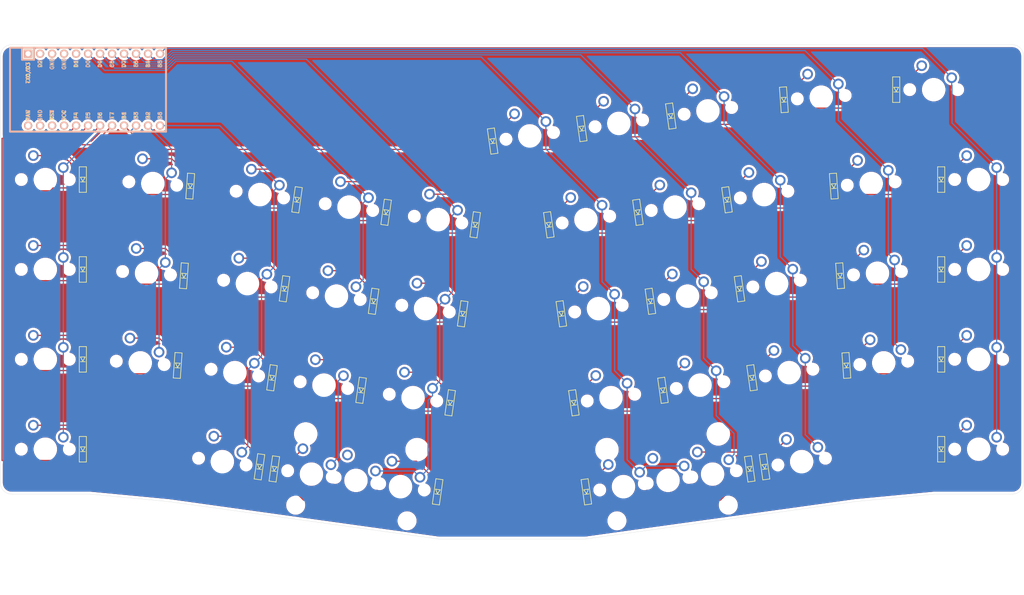
<source format=kicad_pcb>
(kicad_pcb (version 20171130) (host pcbnew "(5.1.4)-1")
  (layers (0 F.Cu signal) (31 B.Cu signal) (34 B.Paste user) (35 F.Paste user) (36 B.SilkS user) (37 F.SilkS user) (38 B.Mask user) (39 F.Mask user) (44 Edge.Cuts user))
  (net 0 "")
  (net 1 "Net-(D1-Pad2)")
  (net 2 "Net-(D2-Pad2)")
  (net 3 "Net-(D3-Pad2)")
  (net 4 "Net-(D4-Pad2)")
  (net 5 "Net-(D5-Pad2)")
  (net 6 "Net-(D6-Pad2)")
  (net 7 "Net-(D7-Pad2)")
  (net 8 "Net-(D8-Pad2)")
  (net 9 "Net-(D9-Pad2)")
  (net 10 "Net-(D10-Pad2)")
  (net 11 "Net-(D11-Pad2)")
  (net 12 "Net-(D12-Pad2)")
  (net 13 "Net-(D13-Pad2)")
  (net 14 "Net-(D14-Pad2)")
  (net 15 "Net-(D15-Pad2)")
  (net 16 "Net-(D16-Pad2)")
  (net 17 "Net-(D17-Pad2)")
  (net 18 "Net-(D18-Pad2)")
  (net 19 "Net-(D19-Pad2)")
  (net 20 "Net-(D20-Pad2)")
  (net 21 "Net-(D21-Pad2)")
  (net 22 "Net-(D22-Pad2)")
  (net 23 "Net-(D23-Pad2)")
  (net 24 "Net-(D24-Pad2)")
  (net 25 "Net-(D25-Pad2)")
  (net 26 "Net-(D26-Pad2)")
  (net 27 "Net-(D27-Pad2)")
  (net 28 "Net-(D28-Pad2)")
  (net 29 "Net-(D29-Pad2)")
  (net 30 "Net-(D30-Pad2)")
  (net 31 "Net-(D31-Pad2)")
  (net 32 "Net-(D32-Pad2)")
  (net 33 "Net-(D33-Pad2)")
  (net 34 "Net-(D34-Pad2)")
  (net 35 "Net-(D35-Pad2)")
  (net 36 "Net-(D36-Pad2)")
  (net 37 "Net-(D37-Pad2)")
  (net 38 "Net-(D38-Pad2)")
  (net 39 "Net-(D39-Pad2)")
  (net 40 "Net-(D40-Pad2)")
  (net 41 "Net-(D41-Pad2)")
  (net 42 "Net-(D42-Pad2)")
  (net 43 "Net-(D43-Pad2)")
  (net 44 "Net-(MX44-Pad2)")
  (net 45 "Net-(MX45-Pad2)")
  (net 46 "Net-(U1-Pad24)")
  (net 47 "Net-(U1-Pad23)")
  (net 48 "Net-(U1-Pad22)")
  (net 49 "Net-(U1-Pad21)")
  (net 50 "Net-(U1-Pad5)")
  (net 51 "Net-(U1-Pad4)")
  (net 52 "Net-(U1-Pad3)")
  (net 53 "Net-(U1-Pad2)")
  (net 54 "Net-(U1-Pad1)")
  (net 55 row1)
  (net 56 row2)
  (net 57 row3)
  (net 58 row4)
  (net 59 row0)
  (net 60 col0)
  (net 61 col1)
  (net 62 col2)
  (net 63 col3)
  (net 64 col4)
  (net 65 col5)
  (net 66 col6)
  (net 67 col7)
  (net 68 col8)
  (net 69 col9)
  (module soldermask:vroyasahi (layer B.Cu) (at 159.54375 81.75625 180)
    (fp_text reference G*** hide)
    (fp_text value LOGO hide)
  )
  (module MX_Only:MXOnly-2U-ReversedStabilizers-NoLED (layer B.Cu) (at 189.013318 120.903784 188)
    (fp_text reference MX45)
    (fp_text value MX-NoLED)
    (pad 2 thru_hole circle (at 2.54 5.08 188) (size 2.25 2.25) (drill 1.47) (layers *.Cu F.Mask) (net 45 "Net-(MX45-Pad2)"))
    (pad "" np_thru_hole circle (at 0 0 188) (size 3.9878 3.9878) (drill 3.9878) (layers *.Cu *.Mask))
    (pad 1 thru_hole circle (at -3.81 2.54 188) (size 2.25 2.25) (drill 1.47) (layers *.Cu F.Mask) (net 65 col5))
    (pad "" np_thru_hole circle (at -5.08 0 139.9004) (size 1.75 1.75) (drill 1.75) (layers *.Cu *.Mask))
    (pad "" np_thru_hole circle (at 5.08 0 139.9004) (size 1.75 1.75) (drill 1.75) (layers *.Cu *.Mask))
    (pad "" np_thru_hole circle (at -11.90625 -6.985 188) (size 3.048 3.048) (drill 3.048) (layers *.Cu *.Mask))
    (pad "" np_thru_hole circle (at 11.90625 -6.985 188) (size 3.048 3.048) (drill 3.048) (layers *.Cu *.Mask))
    (pad "" np_thru_hole circle (at -11.90625 8.255 188) (size 3.9878 3.9878) (drill 3.9878) (layers *.Cu *.Mask))
    (pad "" np_thru_hole circle (at 11.90625 8.255 188) (size 3.9878 3.9878) (drill 3.9878) (layers *.Cu *.Mask))
  )
  (module MX_Only:MXOnly-2U-ReversedStabilizers-NoLED (layer B.Cu) (at 122.930432 120.903784 172)
    (fp_text reference MX44)
    (fp_text value MX-NoLED)
    (pad 2 thru_hole circle (at 2.54 5.08 172) (size 2.25 2.25) (drill 1.47) (layers *.Cu F.Mask) (net 44 "Net-(MX44-Pad2)"))
    (pad "" np_thru_hole circle (at 0 0 172) (size 3.9878 3.9878) (drill 3.9878) (layers *.Cu *.Mask))
    (pad 1 thru_hole circle (at -3.81 2.54 172) (size 2.25 2.25) (drill 1.47) (layers *.Cu F.Mask) (net 64 col4))
    (pad "" np_thru_hole circle (at -5.08 0 123.9004) (size 1.75 1.75) (drill 1.75) (layers *.Cu *.Mask))
    (pad "" np_thru_hole circle (at 5.08 0 123.9004) (size 1.75 1.75) (drill 1.75) (layers *.Cu *.Mask))
    (pad "" np_thru_hole circle (at -11.90625 -6.985 172) (size 3.048 3.048) (drill 3.048) (layers *.Cu *.Mask))
    (pad "" np_thru_hole circle (at 11.90625 -6.985 172) (size 3.048 3.048) (drill 3.048) (layers *.Cu *.Mask))
    (pad "" np_thru_hole circle (at -11.90625 8.255 172) (size 3.9878 3.9878) (drill 3.9878) (layers *.Cu *.Mask))
    (pad "" np_thru_hole circle (at 11.90625 8.255 172) (size 3.9878 3.9878) (drill 3.9878) (layers *.Cu *.Mask))
  )
  (module MX_Only:MXOnly-1U-NoLED (layer B.Cu) (at 245.26875 38.1 180)
    (fp_text reference MX43)
    (fp_text value MX-NoLED)
    (pad 2 thru_hole circle (at 2.54 5.08 180) (size 2.25 2.25) (drill 1.47) (layers *.Cu F.Mask) (net 43 "Net-(D43-Pad2)"))
    (pad "" np_thru_hole circle (at 0 0 180) (size 3.9878 3.9878) (drill 3.9878) (layers *.Cu *.Mask))
    (pad 1 thru_hole circle (at -3.81 2.54 180) (size 2.25 2.25) (drill 1.47) (layers *.Cu F.Mask) (net 69 col9))
    (pad "" np_thru_hole circle (at -5.08 0 131.9004) (size 1.75 1.75) (drill 1.75) (layers *.Cu *.Mask))
    (pad "" np_thru_hole circle (at 5.08 0 131.9004) (size 1.75 1.75) (drill 1.75) (layers *.Cu *.Mask))
  )
  (module MX_Only:MXOnly-1U-NoLED (layer B.Cu) (at 221.45625 39.6875 184)
    (fp_text reference MX42)
    (fp_text value MX-NoLED)
    (pad "" np_thru_hole circle (at 5.08 0 135.9004) (size 1.75 1.75) (drill 1.75) (layers *.Cu *.Mask))
    (pad "" np_thru_hole circle (at -5.08 0 135.9004) (size 1.75 1.75) (drill 1.75) (layers *.Cu *.Mask))
    (pad 1 thru_hole circle (at -3.81 2.54 184) (size 2.25 2.25) (drill 1.47) (layers *.Cu F.Mask) (net 68 col8))
    (pad "" np_thru_hole circle (at 0 0 184) (size 3.9878 3.9878) (drill 3.9878) (layers *.Cu *.Mask))
    (pad 2 thru_hole circle (at 2.54 5.08 184) (size 2.25 2.25) (drill 1.47) (layers *.Cu F.Mask) (net 42 "Net-(D42-Pad2)"))
  )
  (module MX_Only:MXOnly-1U-NoLED (layer B.Cu) (at 197.458357 42.592502 188)
    (fp_text reference MX41)
    (fp_text value MX-NoLED)
    (pad 2 thru_hole circle (at 2.54 5.08 188) (size 2.25 2.25) (drill 1.47) (layers *.Cu F.Mask) (net 41 "Net-(D41-Pad2)"))
    (pad "" np_thru_hole circle (at 0 0 188) (size 3.9878 3.9878) (drill 3.9878) (layers *.Cu *.Mask))
    (pad 1 thru_hole circle (at -3.81 2.54 188) (size 2.25 2.25) (drill 1.47) (layers *.Cu F.Mask) (net 67 col7))
    (pad "" np_thru_hole circle (at -5.08 0 139.9004) (size 1.75 1.75) (drill 1.75) (layers *.Cu *.Mask))
    (pad "" np_thru_hole circle (at 5.08 0 139.9004) (size 1.75 1.75) (drill 1.75) (layers *.Cu *.Mask))
  )
  (module MX_Only:MXOnly-1U-NoLED (layer B.Cu) (at 178.59375 45.24375 188)
    (fp_text reference MX40)
    (fp_text value MX-NoLED)
    (pad 2 thru_hole circle (at 2.54 5.08 188) (size 2.25 2.25) (drill 1.47) (layers *.Cu F.Mask) (net 40 "Net-(D40-Pad2)"))
    (pad "" np_thru_hole circle (at 0 0 188) (size 3.9878 3.9878) (drill 3.9878) (layers *.Cu *.Mask))
    (pad 1 thru_hole circle (at -3.81 2.54 188) (size 2.25 2.25) (drill 1.47) (layers *.Cu F.Mask) (net 66 col6))
    (pad "" np_thru_hole circle (at -5.08 0 139.9004) (size 1.75 1.75) (drill 1.75) (layers *.Cu *.Mask))
    (pad "" np_thru_hole circle (at 5.08 0 139.9004) (size 1.75 1.75) (drill 1.75) (layers *.Cu *.Mask))
  )
  (module MX_Only:MXOnly-1U-NoLED (layer B.Cu) (at 159.729143 47.894998 188)
    (fp_text reference MX39)
    (fp_text value MX-NoLED)
    (pad 2 thru_hole circle (at 2.54 5.08 188) (size 2.25 2.25) (drill 1.47) (layers *.Cu F.Mask) (net 39 "Net-(D39-Pad2)"))
    (pad "" np_thru_hole circle (at 0 0 188) (size 3.9878 3.9878) (drill 3.9878) (layers *.Cu *.Mask))
    (pad 1 thru_hole circle (at -3.81 2.54 188) (size 2.25 2.25) (drill 1.47) (layers *.Cu F.Mask) (net 65 col5))
    (pad "" np_thru_hole circle (at -5.08 0 139.9004) (size 1.75 1.75) (drill 1.75) (layers *.Cu *.Mask))
    (pad "" np_thru_hole circle (at 5.08 0 139.9004) (size 1.75 1.75) (drill 1.75) (layers *.Cu *.Mask))
  )
  (module MX_Only:MXOnly-1U-NoLED (layer B.Cu) (at 254.79375 114.3 180)
    (fp_text reference MX38)
    (fp_text value MX-NoLED)
    (pad 2 thru_hole circle (at 2.54 5.08 180) (size 2.25 2.25) (drill 1.47) (layers *.Cu F.Mask) (net 38 "Net-(D38-Pad2)"))
    (pad "" np_thru_hole circle (at 0 0 180) (size 3.9878 3.9878) (drill 3.9878) (layers *.Cu *.Mask))
    (pad 1 thru_hole circle (at -3.81 2.54 180) (size 2.25 2.25) (drill 1.47) (layers *.Cu F.Mask) (net 69 col9))
    (pad "" np_thru_hole circle (at -5.08 0 131.9004) (size 1.75 1.75) (drill 1.75) (layers *.Cu *.Mask))
    (pad "" np_thru_hole circle (at 5.08 0 131.9004) (size 1.75 1.75) (drill 1.75) (layers *.Cu *.Mask))
  )
  (module MX_Only:MXOnly-1U-NoLED (layer B.Cu) (at 217.310228 116.926913 188)
    (fp_text reference MX37)
    (fp_text value MX-NoLED)
    (pad 2 thru_hole circle (at 2.54 5.08 188) (size 2.25 2.25) (drill 1.47) (layers *.Cu F.Mask) (net 37 "Net-(D37-Pad2)"))
    (pad "" np_thru_hole circle (at 0 0 188) (size 3.9878 3.9878) (drill 3.9878) (layers *.Cu *.Mask))
    (pad 1 thru_hole circle (at -3.81 2.54 188) (size 2.25 2.25) (drill 1.47) (layers *.Cu F.Mask) (net 67 col7))
    (pad "" np_thru_hole circle (at -5.08 0 139.9004) (size 1.75 1.75) (drill 1.75) (layers *.Cu *.Mask))
    (pad "" np_thru_hole circle (at 5.08 0 139.9004) (size 1.75 1.75) (drill 1.75) (layers *.Cu *.Mask))
  )
  (module MX_Only:MXOnly-1U-NoLED (layer B.Cu) (at 198.445621 119.57816 188)
    (fp_text reference MX36)
    (fp_text value MX-NoLED)
    (pad 2 thru_hole circle (at 2.54 5.08 188) (size 2.25 2.25) (drill 1.47) (layers *.Cu F.Mask) (net 36 "Net-(D36-Pad2)"))
    (pad "" np_thru_hole circle (at 0 0 188) (size 3.9878 3.9878) (drill 3.9878) (layers *.Cu *.Mask))
    (pad 1 thru_hole circle (at -3.81 2.54 188) (size 2.25 2.25) (drill 1.47) (layers *.Cu F.Mask) (net 66 col6))
    (pad "" np_thru_hole circle (at -5.08 0 139.9004) (size 1.75 1.75) (drill 1.75) (layers *.Cu *.Mask))
    (pad "" np_thru_hole circle (at 5.08 0 139.9004) (size 1.75 1.75) (drill 1.75) (layers *.Cu *.Mask))
  )
  (module MX_Only:MXOnly-1U-NoLED (layer B.Cu) (at 179.581015 122.229408 188)
    (fp_text reference MX35)
    (fp_text value MX-NoLED)
    (pad 2 thru_hole circle (at 2.54 5.08 188) (size 2.25 2.25) (drill 1.47) (layers *.Cu F.Mask) (net 35 "Net-(D35-Pad2)"))
    (pad "" np_thru_hole circle (at 0 0 188) (size 3.9878 3.9878) (drill 3.9878) (layers *.Cu *.Mask))
    (pad 1 thru_hole circle (at -3.81 2.54 188) (size 2.25 2.25) (drill 1.47) (layers *.Cu F.Mask) (net 65 col5))
    (pad "" np_thru_hole circle (at -5.08 0 139.9004) (size 1.75 1.75) (drill 1.75) (layers *.Cu *.Mask))
    (pad "" np_thru_hole circle (at 5.08 0 139.9004) (size 1.75 1.75) (drill 1.75) (layers *.Cu *.Mask))
  )
  (module MX_Only:MXOnly-1U-NoLED (layer B.Cu) (at 132.362735 122.229408 172)
    (fp_text reference MX34)
    (fp_text value MX-NoLED)
    (pad 2 thru_hole circle (at 2.54 5.08 172) (size 2.25 2.25) (drill 1.47) (layers *.Cu F.Mask) (net 34 "Net-(D34-Pad2)"))
    (pad "" np_thru_hole circle (at 0 0 172) (size 3.9878 3.9878) (drill 3.9878) (layers *.Cu *.Mask))
    (pad 1 thru_hole circle (at -3.81 2.54 172) (size 2.25 2.25) (drill 1.47) (layers *.Cu F.Mask) (net 64 col4))
    (pad "" np_thru_hole circle (at -5.08 0 123.9004) (size 1.75 1.75) (drill 1.75) (layers *.Cu *.Mask))
    (pad "" np_thru_hole circle (at 5.08 0 123.9004) (size 1.75 1.75) (drill 1.75) (layers *.Cu *.Mask))
  )
  (module MX_Only:MXOnly-1U-NoLED (layer B.Cu) (at 113.498129 119.57816 172)
    (fp_text reference MX33)
    (fp_text value MX-NoLED)
    (pad 2 thru_hole circle (at 2.54 5.08 172) (size 2.25 2.25) (drill 1.47) (layers *.Cu F.Mask) (net 33 "Net-(D33-Pad2)"))
    (pad "" np_thru_hole circle (at 0 0 172) (size 3.9878 3.9878) (drill 3.9878) (layers *.Cu *.Mask))
    (pad 1 thru_hole circle (at -3.81 2.54 172) (size 2.25 2.25) (drill 1.47) (layers *.Cu F.Mask) (net 63 col3))
    (pad "" np_thru_hole circle (at -5.08 0 123.9004) (size 1.75 1.75) (drill 1.75) (layers *.Cu *.Mask))
    (pad "" np_thru_hole circle (at 5.08 0 123.9004) (size 1.75 1.75) (drill 1.75) (layers *.Cu *.Mask))
  )
  (module MX_Only:MXOnly-1U-NoLED (layer B.Cu) (at 94.633522 116.926913 172)
    (fp_text reference MX32)
    (fp_text value MX-NoLED)
    (pad 2 thru_hole circle (at 2.54 5.08 172) (size 2.25 2.25) (drill 1.47) (layers *.Cu F.Mask) (net 32 "Net-(D32-Pad2)"))
    (pad "" np_thru_hole circle (at 0 0 172) (size 3.9878 3.9878) (drill 3.9878) (layers *.Cu *.Mask))
    (pad 1 thru_hole circle (at -3.81 2.54 172) (size 2.25 2.25) (drill 1.47) (layers *.Cu F.Mask) (net 62 col2))
    (pad "" np_thru_hole circle (at -5.08 0 123.9004) (size 1.75 1.75) (drill 1.75) (layers *.Cu *.Mask))
    (pad "" np_thru_hole circle (at 5.08 0 123.9004) (size 1.75 1.75) (drill 1.75) (layers *.Cu *.Mask))
  )
  (module MX_Only:MXOnly-1U-NoLED (layer B.Cu) (at 57.15 114.3 180)
    (fp_text reference MX31)
    (fp_text value MX-NoLED)
    (pad 2 thru_hole circle (at 2.54 5.08 180) (size 2.25 2.25) (drill 1.47) (layers *.Cu F.Mask) (net 31 "Net-(D31-Pad2)"))
    (pad "" np_thru_hole circle (at 0 0 180) (size 3.9878 3.9878) (drill 3.9878) (layers *.Cu *.Mask))
    (pad 1 thru_hole circle (at -3.81 2.54 180) (size 2.25 2.25) (drill 1.47) (layers *.Cu F.Mask) (net 60 col0))
    (pad "" np_thru_hole circle (at -5.08 0 131.9004) (size 1.75 1.75) (drill 1.75) (layers *.Cu *.Mask))
    (pad "" np_thru_hole circle (at 5.08 0 131.9004) (size 1.75 1.75) (drill 1.75) (layers *.Cu *.Mask))
  )
  (module MX_Only:MXOnly-1U-NoLED (layer B.Cu) (at 254.79375 95.25 180)
    (fp_text reference MX30)
    (fp_text value MX-NoLED)
    (pad 2 thru_hole circle (at 2.54 5.08 180) (size 2.25 2.25) (drill 1.47) (layers *.Cu F.Mask) (net 30 "Net-(D30-Pad2)"))
    (pad "" np_thru_hole circle (at 0 0 180) (size 3.9878 3.9878) (drill 3.9878) (layers *.Cu *.Mask))
    (pad 1 thru_hole circle (at -3.81 2.54 180) (size 2.25 2.25) (drill 1.47) (layers *.Cu F.Mask) (net 69 col9))
    (pad "" np_thru_hole circle (at -5.08 0 131.9004) (size 1.75 1.75) (drill 1.75) (layers *.Cu *.Mask))
    (pad "" np_thru_hole circle (at 5.08 0 131.9004) (size 1.75 1.75) (drill 1.75) (layers *.Cu *.Mask))
  )
  (module MX_Only:MXOnly-1U-NoLED (layer B.Cu) (at 234.691361 95.997345 184)
    (fp_text reference MX29)
    (fp_text value MX-NoLED)
    (pad 2 thru_hole circle (at 2.54 5.08 184) (size 2.25 2.25) (drill 1.47) (layers *.Cu F.Mask) (net 29 "Net-(D29-Pad2)"))
    (pad "" np_thru_hole circle (at 0 0 184) (size 3.9878 3.9878) (drill 3.9878) (layers *.Cu *.Mask))
    (pad 1 thru_hole circle (at -3.81 2.54 184) (size 2.25 2.25) (drill 1.47) (layers *.Cu F.Mask) (net 68 col8))
    (pad "" np_thru_hole circle (at -5.08 0 135.9004) (size 1.75 1.75) (drill 1.75) (layers *.Cu *.Mask))
    (pad "" np_thru_hole circle (at 5.08 0 135.9004) (size 1.75 1.75) (drill 1.75) (layers *.Cu *.Mask))
  )
  (module MX_Only:MXOnly-1U-NoLED (layer B.Cu) (at 214.658981 98.062306 188)
    (fp_text reference MX28)
    (fp_text value MX-NoLED)
    (pad 2 thru_hole circle (at 2.54 5.08 188) (size 2.25 2.25) (drill 1.47) (layers *.Cu F.Mask) (net 28 "Net-(D28-Pad2)"))
    (pad "" np_thru_hole circle (at 0 0 188) (size 3.9878 3.9878) (drill 3.9878) (layers *.Cu *.Mask))
    (pad 1 thru_hole circle (at -3.81 2.54 188) (size 2.25 2.25) (drill 1.47) (layers *.Cu F.Mask) (net 67 col7))
    (pad "" np_thru_hole circle (at -5.08 0 139.9004) (size 1.75 1.75) (drill 1.75) (layers *.Cu *.Mask))
    (pad "" np_thru_hole circle (at 5.08 0 139.9004) (size 1.75 1.75) (drill 1.75) (layers *.Cu *.Mask))
  )
  (module MX_Only:MXOnly-1U-NoLED (layer B.Cu) (at 195.794373 100.713554 188)
    (fp_text reference MX27)
    (fp_text value MX-NoLED)
    (pad 2 thru_hole circle (at 2.54 5.08 188) (size 2.25 2.25) (drill 1.47) (layers *.Cu F.Mask) (net 27 "Net-(D27-Pad2)"))
    (pad "" np_thru_hole circle (at 0 0 188) (size 3.9878 3.9878) (drill 3.9878) (layers *.Cu *.Mask))
    (pad 1 thru_hole circle (at -3.81 2.54 188) (size 2.25 2.25) (drill 1.47) (layers *.Cu F.Mask) (net 66 col6))
    (pad "" np_thru_hole circle (at -5.08 0 139.9004) (size 1.75 1.75) (drill 1.75) (layers *.Cu *.Mask))
    (pad "" np_thru_hole circle (at 5.08 0 139.9004) (size 1.75 1.75) (drill 1.75) (layers *.Cu *.Mask))
  )
  (module MX_Only:MXOnly-1U-NoLED (layer B.Cu) (at 176.929767 103.364801 188)
    (fp_text reference MX26)
    (fp_text value MX-NoLED)
    (pad 2 thru_hole circle (at 2.54 5.08 188) (size 2.25 2.25) (drill 1.47) (layers *.Cu F.Mask) (net 26 "Net-(D26-Pad2)"))
    (pad "" np_thru_hole circle (at 0 0 188) (size 3.9878 3.9878) (drill 3.9878) (layers *.Cu *.Mask))
    (pad 1 thru_hole circle (at -3.81 2.54 188) (size 2.25 2.25) (drill 1.47) (layers *.Cu F.Mask) (net 65 col5))
    (pad "" np_thru_hole circle (at -5.08 0 139.9004) (size 1.75 1.75) (drill 1.75) (layers *.Cu *.Mask))
    (pad "" np_thru_hole circle (at 5.08 0 139.9004) (size 1.75 1.75) (drill 1.75) (layers *.Cu *.Mask))
  )
  (module MX_Only:MXOnly-1U-NoLED (layer B.Cu) (at 135.013983 103.364801 172)
    (fp_text reference MX25)
    (fp_text value MX-NoLED)
    (pad 2 thru_hole circle (at 2.54 5.08 172) (size 2.25 2.25) (drill 1.47) (layers *.Cu F.Mask) (net 25 "Net-(D25-Pad2)"))
    (pad "" np_thru_hole circle (at 0 0 172) (size 3.9878 3.9878) (drill 3.9878) (layers *.Cu *.Mask))
    (pad 1 thru_hole circle (at -3.81 2.54 172) (size 2.25 2.25) (drill 1.47) (layers *.Cu F.Mask) (net 64 col4))
    (pad "" np_thru_hole circle (at -5.08 0 123.9004) (size 1.75 1.75) (drill 1.75) (layers *.Cu *.Mask))
    (pad "" np_thru_hole circle (at 5.08 0 123.9004) (size 1.75 1.75) (drill 1.75) (layers *.Cu *.Mask))
  )
  (module MX_Only:MXOnly-1U-NoLED (layer B.Cu) (at 116.149377 100.713554 172)
    (fp_text reference MX24)
    (fp_text value MX-NoLED)
    (pad 2 thru_hole circle (at 2.54 5.08 172) (size 2.25 2.25) (drill 1.47) (layers *.Cu F.Mask) (net 24 "Net-(D24-Pad2)"))
    (pad "" np_thru_hole circle (at 0 0 172) (size 3.9878 3.9878) (drill 3.9878) (layers *.Cu *.Mask))
    (pad 1 thru_hole circle (at -3.81 2.54 172) (size 2.25 2.25) (drill 1.47) (layers *.Cu F.Mask) (net 63 col3))
    (pad "" np_thru_hole circle (at -5.08 0 123.9004) (size 1.75 1.75) (drill 1.75) (layers *.Cu *.Mask))
    (pad "" np_thru_hole circle (at 5.08 0 123.9004) (size 1.75 1.75) (drill 1.75) (layers *.Cu *.Mask))
  )
  (module MX_Only:MXOnly-1U-NoLED (layer B.Cu) (at 97.284769 98.062306 172)
    (fp_text reference MX23)
    (fp_text value MX-NoLED)
    (pad 2 thru_hole circle (at 2.54 5.08 172) (size 2.25 2.25) (drill 1.47) (layers *.Cu F.Mask) (net 23 "Net-(D23-Pad2)"))
    (pad "" np_thru_hole circle (at 0 0 172) (size 3.9878 3.9878) (drill 3.9878) (layers *.Cu *.Mask))
    (pad 1 thru_hole circle (at -3.81 2.54 172) (size 2.25 2.25) (drill 1.47) (layers *.Cu F.Mask) (net 62 col2))
    (pad "" np_thru_hole circle (at -5.08 0 123.9004) (size 1.75 1.75) (drill 1.75) (layers *.Cu *.Mask))
    (pad "" np_thru_hole circle (at 5.08 0 123.9004) (size 1.75 1.75) (drill 1.75) (layers *.Cu *.Mask))
  )
  (module MX_Only:MXOnly-1U-NoLED (layer B.Cu) (at 77.252389 95.997345 176)
    (fp_text reference MX22)
    (fp_text value MX-NoLED)
    (pad 2 thru_hole circle (at 2.54 5.08 176) (size 2.25 2.25) (drill 1.47) (layers *.Cu F.Mask) (net 22 "Net-(D22-Pad2)"))
    (pad "" np_thru_hole circle (at 0 0 176) (size 3.9878 3.9878) (drill 3.9878) (layers *.Cu *.Mask))
    (pad 1 thru_hole circle (at -3.81 2.54 176) (size 2.25 2.25) (drill 1.47) (layers *.Cu F.Mask) (net 61 col1))
    (pad "" np_thru_hole circle (at -5.08 0 127.9004) (size 1.75 1.75) (drill 1.75) (layers *.Cu *.Mask))
    (pad "" np_thru_hole circle (at 5.08 0 127.9004) (size 1.75 1.75) (drill 1.75) (layers *.Cu *.Mask))
  )
  (module MX_Only:MXOnly-1U-NoLED (layer B.Cu) (at 57.15 95.25 180)
    (fp_text reference MX21)
    (fp_text value MX-NoLED)
    (pad 2 thru_hole circle (at 2.54 5.08 180) (size 2.25 2.25) (drill 1.47) (layers *.Cu F.Mask) (net 21 "Net-(D21-Pad2)"))
    (pad "" np_thru_hole circle (at 0 0 180) (size 3.9878 3.9878) (drill 3.9878) (layers *.Cu *.Mask))
    (pad 1 thru_hole circle (at -3.81 2.54 180) (size 2.25 2.25) (drill 1.47) (layers *.Cu F.Mask) (net 60 col0))
    (pad "" np_thru_hole circle (at -5.08 0 131.9004) (size 1.75 1.75) (drill 1.75) (layers *.Cu *.Mask))
    (pad "" np_thru_hole circle (at 5.08 0 131.9004) (size 1.75 1.75) (drill 1.75) (layers *.Cu *.Mask))
  )
  (module MX_Only:MXOnly-1U-NoLED (layer B.Cu) (at 254.79375 76.2 180)
    (fp_text reference MX20)
    (fp_text value MX-NoLED)
    (pad 2 thru_hole circle (at 2.54 5.08 180) (size 2.25 2.25) (drill 1.47) (layers *.Cu F.Mask) (net 20 "Net-(D20-Pad2)"))
    (pad "" np_thru_hole circle (at 0 0 180) (size 3.9878 3.9878) (drill 3.9878) (layers *.Cu *.Mask))
    (pad 1 thru_hole circle (at -3.81 2.54 180) (size 2.25 2.25) (drill 1.47) (layers *.Cu F.Mask) (net 69 col9))
    (pad "" np_thru_hole circle (at -5.08 0 131.9004) (size 1.75 1.75) (drill 1.75) (layers *.Cu *.Mask))
    (pad "" np_thru_hole circle (at 5.08 0 131.9004) (size 1.75 1.75) (drill 1.75) (layers *.Cu *.Mask))
  )
  (module MX_Only:MXOnly-1U-NoLED (layer B.Cu) (at 233.3625 76.99375 184)
    (fp_text reference MX19)
    (fp_text value MX-NoLED)
    (pad 2 thru_hole circle (at 2.54 5.08 184) (size 2.25 2.25) (drill 1.47) (layers *.Cu F.Mask) (net 19 "Net-(D19-Pad2)"))
    (pad "" np_thru_hole circle (at 0 0 184) (size 3.9878 3.9878) (drill 3.9878) (layers *.Cu *.Mask))
    (pad 1 thru_hole circle (at -3.81 2.54 184) (size 2.25 2.25) (drill 1.47) (layers *.Cu F.Mask) (net 68 col8))
    (pad "" np_thru_hole circle (at -5.08 0 135.9004) (size 1.75 1.75) (drill 1.75) (layers *.Cu *.Mask))
    (pad "" np_thru_hole circle (at 5.08 0 135.9004) (size 1.75 1.75) (drill 1.75) (layers *.Cu *.Mask))
  )
  (module MX_Only:MXOnly-1U-NoLED (layer B.Cu) (at 212.007733 79.197699 188)
    (fp_text reference MX18)
    (fp_text value MX-NoLED)
    (pad 2 thru_hole circle (at 2.54 5.08 188) (size 2.25 2.25) (drill 1.47) (layers *.Cu F.Mask) (net 18 "Net-(D18-Pad2)"))
    (pad "" np_thru_hole circle (at 0 0 188) (size 3.9878 3.9878) (drill 3.9878) (layers *.Cu *.Mask))
    (pad 1 thru_hole circle (at -3.81 2.54 188) (size 2.25 2.25) (drill 1.47) (layers *.Cu F.Mask) (net 67 col7))
    (pad "" np_thru_hole circle (at -5.08 0 139.9004) (size 1.75 1.75) (drill 1.75) (layers *.Cu *.Mask))
    (pad "" np_thru_hole circle (at 5.08 0 139.9004) (size 1.75 1.75) (drill 1.75) (layers *.Cu *.Mask))
  )
  (module MX_Only:MXOnly-1U-NoLED (layer B.Cu) (at 193.143127 81.848946 188)
    (fp_text reference MX17)
    (fp_text value MX-NoLED)
    (pad 2 thru_hole circle (at 2.54 5.08 188) (size 2.25 2.25) (drill 1.47) (layers *.Cu F.Mask) (net 17 "Net-(D17-Pad2)"))
    (pad "" np_thru_hole circle (at 0 0 188) (size 3.9878 3.9878) (drill 3.9878) (layers *.Cu *.Mask))
    (pad 1 thru_hole circle (at -3.81 2.54 188) (size 2.25 2.25) (drill 1.47) (layers *.Cu F.Mask) (net 66 col6))
    (pad "" np_thru_hole circle (at -5.08 0 139.9004) (size 1.75 1.75) (drill 1.75) (layers *.Cu *.Mask))
    (pad "" np_thru_hole circle (at 5.08 0 139.9004) (size 1.75 1.75) (drill 1.75) (layers *.Cu *.Mask))
  )
  (module MX_Only:MXOnly-1U-NoLED (layer B.Cu) (at 174.278519 84.500194 188)
    (fp_text reference MX16)
    (fp_text value MX-NoLED)
    (pad 2 thru_hole circle (at 2.54 5.08 188) (size 2.25 2.25) (drill 1.47) (layers *.Cu F.Mask) (net 16 "Net-(D16-Pad2)"))
    (pad "" np_thru_hole circle (at 0 0 188) (size 3.9878 3.9878) (drill 3.9878) (layers *.Cu *.Mask))
    (pad 1 thru_hole circle (at -3.81 2.54 188) (size 2.25 2.25) (drill 1.47) (layers *.Cu F.Mask) (net 65 col5))
    (pad "" np_thru_hole circle (at -5.08 0 139.9004) (size 1.75 1.75) (drill 1.75) (layers *.Cu *.Mask))
    (pad "" np_thru_hole circle (at 5.08 0 139.9004) (size 1.75 1.75) (drill 1.75) (layers *.Cu *.Mask))
  )
  (module MX_Only:MXOnly-1U-NoLED (layer B.Cu) (at 137.665231 84.500194 172)
    (fp_text reference MX15)
    (fp_text value MX-NoLED)
    (pad 2 thru_hole circle (at 2.54 5.08 172) (size 2.25 2.25) (drill 1.47) (layers *.Cu F.Mask) (net 15 "Net-(D15-Pad2)"))
    (pad "" np_thru_hole circle (at 0 0 172) (size 3.9878 3.9878) (drill 3.9878) (layers *.Cu *.Mask))
    (pad 1 thru_hole circle (at -3.81 2.54 172) (size 2.25 2.25) (drill 1.47) (layers *.Cu F.Mask) (net 64 col4))
    (pad "" np_thru_hole circle (at -5.08 0 123.9004) (size 1.75 1.75) (drill 1.75) (layers *.Cu *.Mask))
    (pad "" np_thru_hole circle (at 5.08 0 123.9004) (size 1.75 1.75) (drill 1.75) (layers *.Cu *.Mask))
  )
  (module MX_Only:MXOnly-1U-NoLED (layer B.Cu) (at 118.800623 81.848946 172)
    (fp_text reference MX14)
    (fp_text value MX-NoLED)
    (pad 2 thru_hole circle (at 2.54 5.08 172) (size 2.25 2.25) (drill 1.47) (layers *.Cu F.Mask) (net 14 "Net-(D14-Pad2)"))
    (pad "" np_thru_hole circle (at 0 0 172) (size 3.9878 3.9878) (drill 3.9878) (layers *.Cu *.Mask))
    (pad 1 thru_hole circle (at -3.81 2.54 172) (size 2.25 2.25) (drill 1.47) (layers *.Cu F.Mask) (net 63 col3))
    (pad "" np_thru_hole circle (at -5.08 0 123.9004) (size 1.75 1.75) (drill 1.75) (layers *.Cu *.Mask))
    (pad "" np_thru_hole circle (at 5.08 0 123.9004) (size 1.75 1.75) (drill 1.75) (layers *.Cu *.Mask))
  )
  (module MX_Only:MXOnly-1U-NoLED (layer B.Cu) (at 99.936017 79.197699 172)
    (fp_text reference MX13)
    (fp_text value MX-NoLED)
    (pad 2 thru_hole circle (at 2.54 5.08 172) (size 2.25 2.25) (drill 1.47) (layers *.Cu F.Mask) (net 13 "Net-(D13-Pad2)"))
    (pad "" np_thru_hole circle (at 0 0 172) (size 3.9878 3.9878) (drill 3.9878) (layers *.Cu *.Mask))
    (pad 1 thru_hole circle (at -3.81 2.54 172) (size 2.25 2.25) (drill 1.47) (layers *.Cu F.Mask) (net 62 col2))
    (pad "" np_thru_hole circle (at -5.08 0 123.9004) (size 1.75 1.75) (drill 1.75) (layers *.Cu *.Mask))
    (pad "" np_thru_hole circle (at 5.08 0 123.9004) (size 1.75 1.75) (drill 1.75) (layers *.Cu *.Mask))
  )
  (module MX_Only:MXOnly-1U-NoLED (layer B.Cu) (at 78.58125 76.99375 176)
    (fp_text reference MX12)
    (fp_text value MX-NoLED)
    (pad 2 thru_hole circle (at 2.54 5.08 176) (size 2.25 2.25) (drill 1.47) (layers *.Cu F.Mask) (net 12 "Net-(D12-Pad2)"))
    (pad "" np_thru_hole circle (at 0 0 176) (size 3.9878 3.9878) (drill 3.9878) (layers *.Cu *.Mask))
    (pad 1 thru_hole circle (at -3.81 2.54 176) (size 2.25 2.25) (drill 1.47) (layers *.Cu F.Mask) (net 61 col1))
    (pad "" np_thru_hole circle (at -5.08 0 127.9004) (size 1.75 1.75) (drill 1.75) (layers *.Cu *.Mask))
    (pad "" np_thru_hole circle (at 5.08 0 127.9004) (size 1.75 1.75) (drill 1.75) (layers *.Cu *.Mask))
  )
  (module MX_Only:MXOnly-1U-NoLED (layer B.Cu) (at 57.15 76.2 180)
    (fp_text reference MX11)
    (fp_text value MX-NoLED)
    (pad 2 thru_hole circle (at 2.54 5.08 180) (size 2.25 2.25) (drill 1.47) (layers *.Cu F.Mask) (net 11 "Net-(D11-Pad2)"))
    (pad "" np_thru_hole circle (at 0 0 180) (size 3.9878 3.9878) (drill 3.9878) (layers *.Cu *.Mask))
    (pad 1 thru_hole circle (at -3.81 2.54 180) (size 2.25 2.25) (drill 1.47) (layers *.Cu F.Mask) (net 60 col0))
    (pad "" np_thru_hole circle (at -5.08 0 131.9004) (size 1.75 1.75) (drill 1.75) (layers *.Cu *.Mask))
    (pad "" np_thru_hole circle (at 5.08 0 131.9004) (size 1.75 1.75) (drill 1.75) (layers *.Cu *.Mask))
  )
  (module MX_Only:MXOnly-1U-NoLED (layer B.Cu) (at 254.79375 57.15 180)
    (fp_text reference MX10)
    (fp_text value MX-NoLED)
    (pad 2 thru_hole circle (at 2.54 5.08 180) (size 2.25 2.25) (drill 1.47) (layers *.Cu F.Mask) (net 10 "Net-(D10-Pad2)"))
    (pad "" np_thru_hole circle (at 0 0 180) (size 3.9878 3.9878) (drill 3.9878) (layers *.Cu *.Mask))
    (pad 1 thru_hole circle (at -3.81 2.54 180) (size 2.25 2.25) (drill 1.47) (layers *.Cu F.Mask) (net 69 col9))
    (pad "" np_thru_hole circle (at -5.08 0 131.9004) (size 1.75 1.75) (drill 1.75) (layers *.Cu *.Mask))
    (pad "" np_thru_hole circle (at 5.08 0 131.9004) (size 1.75 1.75) (drill 1.75) (layers *.Cu *.Mask))
  )
  (module MX_Only:MXOnly-1U-NoLED (layer B.Cu) (at 232.033639 57.990155 184)
    (fp_text reference MX9)
    (fp_text value MX-NoLED)
    (pad 2 thru_hole circle (at 2.54 5.08 184) (size 2.25 2.25) (drill 1.47) (layers *.Cu F.Mask) (net 9 "Net-(D9-Pad2)"))
    (pad "" np_thru_hole circle (at 0 0 184) (size 3.9878 3.9878) (drill 3.9878) (layers *.Cu *.Mask))
    (pad 1 thru_hole circle (at -3.81 2.54 184) (size 2.25 2.25) (drill 1.47) (layers *.Cu F.Mask) (net 68 col8))
    (pad "" np_thru_hole circle (at -5.08 0 135.9004) (size 1.75 1.75) (drill 1.75) (layers *.Cu *.Mask))
    (pad "" np_thru_hole circle (at 5.08 0 135.9004) (size 1.75 1.75) (drill 1.75) (layers *.Cu *.Mask))
  )
  (module MX_Only:MXOnly-1U-NoLED (layer B.Cu) (at 209.356485 60.333092 188)
    (fp_text reference MX8)
    (fp_text value MX-NoLED)
    (pad 2 thru_hole circle (at 2.54 5.08 188) (size 2.25 2.25) (drill 1.47) (layers *.Cu F.Mask) (net 8 "Net-(D8-Pad2)"))
    (pad "" np_thru_hole circle (at 0 0 188) (size 3.9878 3.9878) (drill 3.9878) (layers *.Cu *.Mask))
    (pad 1 thru_hole circle (at -3.81 2.54 188) (size 2.25 2.25) (drill 1.47) (layers *.Cu F.Mask) (net 67 col7))
    (pad "" np_thru_hole circle (at -5.08 0 139.9004) (size 1.75 1.75) (drill 1.75) (layers *.Cu *.Mask))
    (pad "" np_thru_hole circle (at 5.08 0 139.9004) (size 1.75 1.75) (drill 1.75) (layers *.Cu *.Mask))
  )
  (module MX_Only:MXOnly-1U-NoLED (layer B.Cu) (at 190.491879 62.98434 188)
    (fp_text reference MX7)
    (fp_text value MX-NoLED)
    (pad 2 thru_hole circle (at 2.54 5.08 188) (size 2.25 2.25) (drill 1.47) (layers *.Cu F.Mask) (net 7 "Net-(D7-Pad2)"))
    (pad "" np_thru_hole circle (at 0 0 188) (size 3.9878 3.9878) (drill 3.9878) (layers *.Cu *.Mask))
    (pad 1 thru_hole circle (at -3.81 2.54 188) (size 2.25 2.25) (drill 1.47) (layers *.Cu F.Mask) (net 66 col6))
    (pad "" np_thru_hole circle (at -5.08 0 139.9004) (size 1.75 1.75) (drill 1.75) (layers *.Cu *.Mask))
    (pad "" np_thru_hole circle (at 5.08 0 139.9004) (size 1.75 1.75) (drill 1.75) (layers *.Cu *.Mask))
  )
  (module MX_Only:MXOnly-1U-NoLED (layer B.Cu) (at 171.627272 65.635587 188)
    (fp_text reference MX6)
    (fp_text value MX-NoLED)
    (pad 2 thru_hole circle (at 2.54 5.08 188) (size 2.25 2.25) (drill 1.47) (layers *.Cu F.Mask) (net 6 "Net-(D6-Pad2)"))
    (pad "" np_thru_hole circle (at 0 0 188) (size 3.9878 3.9878) (drill 3.9878) (layers *.Cu *.Mask))
    (pad 1 thru_hole circle (at -3.81 2.54 188) (size 2.25 2.25) (drill 1.47) (layers *.Cu F.Mask) (net 65 col5))
    (pad "" np_thru_hole circle (at -5.08 0 139.9004) (size 1.75 1.75) (drill 1.75) (layers *.Cu *.Mask))
    (pad "" np_thru_hole circle (at 5.08 0 139.9004) (size 1.75 1.75) (drill 1.75) (layers *.Cu *.Mask))
  )
  (module MX_Only:MXOnly-1U-NoLED (layer B.Cu) (at 140.316478 65.635587 172)
    (fp_text reference MX5)
    (fp_text value MX-NoLED)
    (pad 2 thru_hole circle (at 2.54 5.08 172) (size 2.25 2.25) (drill 1.47) (layers *.Cu F.Mask) (net 5 "Net-(D5-Pad2)"))
    (pad "" np_thru_hole circle (at 0 0 172) (size 3.9878 3.9878) (drill 3.9878) (layers *.Cu *.Mask))
    (pad 1 thru_hole circle (at -3.81 2.54 172) (size 2.25 2.25) (drill 1.47) (layers *.Cu F.Mask) (net 64 col4))
    (pad "" np_thru_hole circle (at -5.08 0 123.9004) (size 1.75 1.75) (drill 1.75) (layers *.Cu *.Mask))
    (pad "" np_thru_hole circle (at 5.08 0 123.9004) (size 1.75 1.75) (drill 1.75) (layers *.Cu *.Mask))
  )
  (module MX_Only:MXOnly-1U-NoLED (layer B.Cu) (at 121.451871 62.98434 172)
    (fp_text reference MX4)
    (fp_text value MX-NoLED)
    (pad 2 thru_hole circle (at 2.54 5.08 172) (size 2.25 2.25) (drill 1.47) (layers *.Cu F.Mask) (net 4 "Net-(D4-Pad2)"))
    (pad "" np_thru_hole circle (at 0 0 172) (size 3.9878 3.9878) (drill 3.9878) (layers *.Cu *.Mask))
    (pad 1 thru_hole circle (at -3.81 2.54 172) (size 2.25 2.25) (drill 1.47) (layers *.Cu F.Mask) (net 63 col3))
    (pad "" np_thru_hole circle (at -5.08 0 123.9004) (size 1.75 1.75) (drill 1.75) (layers *.Cu *.Mask))
    (pad "" np_thru_hole circle (at 5.08 0 123.9004) (size 1.75 1.75) (drill 1.75) (layers *.Cu *.Mask))
  )
  (module MX_Only:MXOnly-1U-NoLED (layer B.Cu) (at 102.587265 60.333092 172)
    (fp_text reference MX3)
    (fp_text value MX-NoLED)
    (pad 2 thru_hole circle (at 2.54 5.08 172) (size 2.25 2.25) (drill 1.47) (layers *.Cu F.Mask) (net 3 "Net-(D3-Pad2)"))
    (pad "" np_thru_hole circle (at 0 0 172) (size 3.9878 3.9878) (drill 3.9878) (layers *.Cu *.Mask))
    (pad 1 thru_hole circle (at -3.81 2.54 172) (size 2.25 2.25) (drill 1.47) (layers *.Cu F.Mask) (net 62 col2))
    (pad "" np_thru_hole circle (at -5.08 0 123.9004) (size 1.75 1.75) (drill 1.75) (layers *.Cu *.Mask))
    (pad "" np_thru_hole circle (at 5.08 0 123.9004) (size 1.75 1.75) (drill 1.75) (layers *.Cu *.Mask))
  )
  (module MX_Only:MXOnly-1U-NoLED (layer B.Cu) (at 79.910111 57.990155 176)
    (fp_text reference MX2)
    (fp_text value MX-NoLED)
    (pad 2 thru_hole circle (at 2.54 5.08 176) (size 2.25 2.25) (drill 1.47) (layers *.Cu F.Mask) (net 2 "Net-(D2-Pad2)"))
    (pad "" np_thru_hole circle (at 0 0 176) (size 3.9878 3.9878) (drill 3.9878) (layers *.Cu *.Mask))
    (pad 1 thru_hole circle (at -3.81 2.54 176) (size 2.25 2.25) (drill 1.47) (layers *.Cu F.Mask) (net 61 col1))
    (pad "" np_thru_hole circle (at -5.08 0 127.9004) (size 1.75 1.75) (drill 1.75) (layers *.Cu *.Mask))
    (pad "" np_thru_hole circle (at 5.08 0 127.9004) (size 1.75 1.75) (drill 1.75) (layers *.Cu *.Mask))
  )
  (module MX_Only:MXOnly-1U-NoLED (layer B.Cu) (at 57.15 57.15 180)
    (fp_text reference MX1)
    (fp_text value MX-NoLED)
    (pad 2 thru_hole circle (at 2.54 5.08 180) (size 2.25 2.25) (drill 1.47) (layers *.Cu F.Mask) (net 1 "Net-(D1-Pad2)"))
    (pad "" np_thru_hole circle (at 0 0 180) (size 3.9878 3.9878) (drill 3.9878) (layers *.Cu *.Mask))
    (pad 1 thru_hole circle (at -3.81 2.54 180) (size 2.25 2.25) (drill 1.47) (layers *.Cu F.Mask) (net 60 col0))
    (pad "" np_thru_hole circle (at -5.08 0 131.9004) (size 1.75 1.75) (drill 1.75) (layers *.Cu *.Mask))
    (pad "" np_thru_hole circle (at 5.08 0 131.9004) (size 1.75 1.75) (drill 1.75) (layers *.Cu *.Mask))
  )
  (module Keebio-Parts:ArduinoProMicro (layer B.Cu) (at 67.46875 38.1)
    (fp_text reference U1 hide)
    (fp_text value ProMicro hide)
    (fp_text user ST (at -8.91 5.04 -90) (layer F.SilkS) (effects (font (size 0.8 0.8))))
    (fp_text user TX0/D3 (at -13.97 -3.571872 -90) (layer B.SilkS) (effects (font (size 0.8 0.8)) (justify mirror)))
    (fp_text user TX0/D3 (at -13.97 -3.571872 -90) (layer F.SilkS) (effects (font (size 0.8 0.8))))
    (fp_text user D2 (at -11.43 -5.461 -90) (layer B.SilkS) (effects (font (size 0.8 0.8)) (justify mirror)))
    (fp_text user D0 (at -1.27 -5.461 -90) (layer B.SilkS) (effects (font (size 0.8 0.8)) (justify mirror)))
    (fp_text user D1 (at -3.81 -5.461 -90) (layer B.SilkS) (effects (font (size 0.8 0.8)) (justify mirror)))
    (fp_text user GND (at -6.35 -5.461 -90) (layer B.SilkS) (effects (font (size 0.8 0.8)) (justify mirror)))
    (fp_text user GND (at -8.89 -5.461 -90) (layer B.SilkS) (effects (font (size 0.8 0.8)) (justify mirror)))
    (fp_text user D4 (at 1.27 -5.461 -90) (layer B.SilkS) (effects (font (size 0.8 0.8)) (justify mirror)))
    (fp_text user C6 (at 3.81 -5.461 -90) (layer B.SilkS) (effects (font (size 0.8 0.8)) (justify mirror)))
    (fp_text user D7 (at 6.35 -5.461 -90) (layer B.SilkS) (effects (font (size 0.8 0.8)) (justify mirror)))
    (fp_text user E6 (at 8.89 -5.461 -90) (layer B.SilkS) (effects (font (size 0.8 0.8)) (justify mirror)))
    (fp_text user B4 (at 11.43 -5.461 -90) (layer B.SilkS) (effects (font (size 0.8 0.8)) (justify mirror)))
    (fp_text user B5 (at 13.97 -5.461 -90) (layer B.SilkS) (effects (font (size 0.8 0.8)) (justify mirror)))
    (fp_text user B6 (at 13.97 5.461 -90) (layer B.SilkS) (effects (font (size 0.8 0.8)) (justify mirror)))
    (fp_text user B2 (at 11.43 5.461 -90) (layer F.SilkS) (effects (font (size 0.8 0.8))))
    (fp_text user B3 (at 8.89 5.461 -90) (layer B.SilkS) (effects (font (size 0.8 0.8)) (justify mirror)))
    (fp_text user B1 (at 6.35 5.461 -90) (layer B.SilkS) (effects (font (size 0.8 0.8)) (justify mirror)))
    (fp_text user F7 (at 3.81 5.461 -90) (layer F.SilkS) (effects (font (size 0.8 0.8))))
    (fp_text user F6 (at 1.27 5.461 -90) (layer F.SilkS) (effects (font (size 0.8 0.8))))
    (fp_text user F5 (at -1.27 5.461 -90) (layer F.SilkS) (effects (font (size 0.8 0.8))))
    (fp_text user F4 (at -3.81 5.461 -90) (layer B.SilkS) (effects (font (size 0.8 0.8)) (justify mirror)))
    (fp_text user VCC (at -6.35 5.461 -90) (layer B.SilkS) (effects (font (size 0.8 0.8)) (justify mirror)))
    (fp_text user ST (at -8.92 5.73312 -90) (layer B.SilkS) (effects (font (size 0.8 0.8)) (justify mirror)))
    (fp_text user GND (at -11.43 5.461 -90) (layer B.SilkS) (effects (font (size 0.8 0.8)) (justify mirror)))
    (fp_text user RAW (at -13.97 5.461 -90) (layer B.SilkS) (effects (font (size 0.8 0.8)) (justify mirror)))
    (fp_text user RAW (at -13.97 5.461 -90) (layer F.SilkS) (effects (font (size 0.8 0.8))))
    (fp_text user GND (at -11.43 5.461 -90) (layer F.SilkS) (effects (font (size 0.8 0.8))))
    (fp_text user VCC (at -6.35 5.461 -90) (layer F.SilkS) (effects (font (size 0.8 0.8))))
    (fp_text user F4 (at -3.81 5.461 -90) (layer F.SilkS) (effects (font (size 0.8 0.8))))
    (fp_text user F5 (at -1.27 5.461 -90) (layer B.SilkS) (effects (font (size 0.8 0.8)) (justify mirror)))
    (fp_text user F6 (at 1.27 5.461 -90) (layer B.SilkS) (effects (font (size 0.8 0.8)) (justify mirror)))
    (fp_text user F7 (at 3.81 5.461 -90) (layer B.SilkS) (effects (font (size 0.8 0.8)) (justify mirror)))
    (fp_text user B1 (at 6.35 5.461 -90) (layer F.SilkS) (effects (font (size 0.8 0.8))))
    (fp_text user B3 (at 8.89 5.461 -90) (layer F.SilkS) (effects (font (size 0.8 0.8))))
    (fp_text user B2 (at 11.43 5.461 -90) (layer B.SilkS) (effects (font (size 0.8 0.8)) (justify mirror)))
    (fp_text user B6 (at 13.97 5.461 -90) (layer F.SilkS) (effects (font (size 0.8 0.8))))
    (fp_text user B5 (at 13.97 -5.461 -90) (layer F.SilkS) (effects (font (size 0.8 0.8))))
    (fp_text user B4 (at 11.43 -5.461 -90) (layer F.SilkS) (effects (font (size 0.8 0.8))))
    (fp_text user E6 (at 8.89 -5.461 -90) (layer F.SilkS) (effects (font (size 0.8 0.8))))
    (fp_text user D7 (at 6.35 -5.461 -90) (layer F.SilkS) (effects (font (size 0.8 0.8))))
    (fp_text user C6 (at 3.81 -5.461 -90) (layer F.SilkS) (effects (font (size 0.8 0.8))))
    (fp_text user D4 (at 1.27 -5.461 -90) (layer F.SilkS) (effects (font (size 0.8 0.8))))
    (fp_text user GND (at -8.89 -5.461 -90) (layer F.SilkS) (effects (font (size 0.8 0.8))))
    (fp_text user GND (at -6.35 -5.461 -90) (layer F.SilkS) (effects (font (size 0.8 0.8))))
    (fp_text user D1 (at -3.81 -5.461 -90) (layer F.SilkS) (effects (font (size 0.8 0.8))))
    (fp_text user D0 (at -1.27 -5.461 -90) (layer F.SilkS) (effects (font (size 0.8 0.8))))
    (fp_text user D2 (at -11.43 -5.461 -90) (layer F.SilkS) (effects (font (size 0.8 0.8))))
    (pad 24 thru_hole circle (at -13.97 7.62) (size 1.7526 1.7526) (drill 1.0922) (layers *.Cu *.SilkS *.Mask) (net 46 "Net-(U1-Pad24)"))
    (pad 12 thru_hole circle (at 13.97 -7.62) (size 1.7526 1.7526) (drill 1.0922) (layers *.Cu *.SilkS *.Mask) (net 69 col9))
    (pad 23 thru_hole circle (at -11.43 7.62) (size 1.7526 1.7526) (drill 1.0922) (layers *.Cu *.SilkS *.Mask) (net 47 "Net-(U1-Pad23)"))
    (pad 22 thru_hole circle (at -8.89 7.62) (size 1.7526 1.7526) (drill 1.0922) (layers *.Cu *.SilkS *.Mask) (net 48 "Net-(U1-Pad22)"))
    (pad 21 thru_hole circle (at -6.35 7.62) (size 1.7526 1.7526) (drill 1.0922) (layers *.Cu *.SilkS *.Mask) (net 49 "Net-(U1-Pad21)"))
    (pad 20 thru_hole circle (at -3.81 7.62) (size 1.7526 1.7526) (drill 1.0922) (layers *.Cu *.SilkS *.Mask) (net 58 row4))
    (pad 19 thru_hole circle (at -1.27 7.62) (size 1.7526 1.7526) (drill 1.0922) (layers *.Cu *.SilkS *.Mask) (net 57 row3))
    (pad 18 thru_hole circle (at 1.27 7.62) (size 1.7526 1.7526) (drill 1.0922) (layers *.Cu *.SilkS *.Mask) (net 56 row2))
    (pad 17 thru_hole circle (at 3.81 7.62) (size 1.7526 1.7526) (drill 1.0922) (layers *.Cu *.SilkS *.Mask) (net 55 row1))
    (pad 16 thru_hole circle (at 6.35 7.62) (size 1.7526 1.7526) (drill 1.0922) (layers *.Cu *.SilkS *.Mask) (net 59 row0))
    (pad 15 thru_hole circle (at 8.89 7.62) (size 1.7526 1.7526) (drill 1.0922) (layers *.Cu *.SilkS *.Mask) (net 60 col0))
    (pad 14 thru_hole circle (at 11.43 7.62) (size 1.7526 1.7526) (drill 1.0922) (layers *.Cu *.SilkS *.Mask) (net 61 col1))
    (pad 13 thru_hole circle (at 13.97 7.62) (size 1.7526 1.7526) (drill 1.0922) (layers *.Cu *.SilkS *.Mask) (net 62 col2))
    (pad 11 thru_hole circle (at 11.43 -7.62) (size 1.7526 1.7526) (drill 1.0922) (layers *.Cu *.SilkS *.Mask) (net 68 col8))
    (pad 10 thru_hole circle (at 8.89 -7.62) (size 1.7526 1.7526) (drill 1.0922) (layers *.Cu *.SilkS *.Mask) (net 67 col7))
    (pad 9 thru_hole circle (at 6.35 -7.62) (size 1.7526 1.7526) (drill 1.0922) (layers *.Cu *.SilkS *.Mask) (net 66 col6))
    (pad 8 thru_hole circle (at 3.81 -7.62) (size 1.7526 1.7526) (drill 1.0922) (layers *.Cu *.SilkS *.Mask) (net 65 col5))
    (pad 7 thru_hole circle (at 1.27 -7.62) (size 1.7526 1.7526) (drill 1.0922) (layers *.Cu *.SilkS *.Mask) (net 64 col4))
    (pad 6 thru_hole circle (at -1.27 -7.62) (size 1.7526 1.7526) (drill 1.0922) (layers *.Cu *.SilkS *.Mask) (net 63 col3))
    (pad 5 thru_hole circle (at -3.81 -7.62) (size 1.7526 1.7526) (drill 1.0922) (layers *.Cu *.SilkS *.Mask) (net 50 "Net-(U1-Pad5)"))
    (pad 4 thru_hole circle (at -6.35 -7.62) (size 1.7526 1.7526) (drill 1.0922) (layers *.Cu *.SilkS *.Mask) (net 51 "Net-(U1-Pad4)"))
    (pad 3 thru_hole circle (at -8.89 -7.62) (size 1.7526 1.7526) (drill 1.0922) (layers *.Cu *.SilkS *.Mask) (net 52 "Net-(U1-Pad3)"))
    (pad 2 thru_hole circle (at -11.43 -7.62) (size 1.7526 1.7526) (drill 1.0922) (layers *.Cu *.SilkS *.Mask) (net 53 "Net-(U1-Pad2)"))
    (pad 1 thru_hole rect (at -13.97 -7.62) (size 1.7526 1.7526) (drill 1.0922) (layers *.Cu *.SilkS *.Mask) (net 54 "Net-(U1-Pad1)"))
  )
  (module kbd:D3_SMD_v2 (layer F.Cu) (at 237.33125 38.1 90)
    (fp_text reference D43 hide)
    (fp_text value D_Small hide)
    (pad 2 smd rect (at 1.775 0 90) (size 1.4 1) (layers F.Cu F.Paste F.Mask) (net 43 "Net-(D43-Pad2)"))
    (pad 1 smd rect (at -1.775 0 90) (size 1.4 1) (layers F.Cu F.Paste F.Mask) (net 59 row0))
  )
  (module kbd:D3_SMD_v2 (layer F.Cu) (at 213.538085 40.241192 94)
    (fp_text reference D42 hide)
    (fp_text value D_Small hide)
    (pad 1 smd rect (at -1.775 0 94) (size 1.4 1) (layers F.Cu F.Paste F.Mask) (net 59 row0))
    (pad 2 smd rect (at 1.775 0 94) (size 1.4 1) (layers F.Cu F.Paste F.Mask) (net 42 "Net-(D42-Pad2)"))
  )
  (module kbd:D3_SMD_v2 (layer F.Cu) (at 189.598104 43.697189 98)
    (fp_text reference D41 hide)
    (fp_text value D_Small hide)
    (pad 2 smd rect (at 1.775 0 98) (size 1.4 1) (layers F.Cu F.Paste F.Mask) (net 41 "Net-(D41-Pad2)"))
    (pad 1 smd rect (at -1.775 0 98) (size 1.4 1) (layers F.Cu F.Paste F.Mask) (net 59 row0))
  )
  (module kbd:D3_SMD_v2 (layer F.Cu) (at 170.733497 46.348437 98)
    (fp_text reference D40 hide)
    (fp_text value D_Small hide)
    (pad 2 smd rect (at 1.775 0 98) (size 1.4 1) (layers F.Cu F.Paste F.Mask) (net 40 "Net-(D40-Pad2)"))
    (pad 1 smd rect (at -1.775 0 98) (size 1.4 1) (layers F.Cu F.Paste F.Mask) (net 59 row0))
  )
  (module kbd:D3_SMD_v2 (layer F.Cu) (at 151.86889 48.999684 98)
    (fp_text reference D39 hide)
    (fp_text value D_Small hide)
    (pad 2 smd rect (at 1.775 0 98) (size 1.4 1) (layers F.Cu F.Paste F.Mask) (net 39 "Net-(D39-Pad2)"))
    (pad 1 smd rect (at -1.775 0 98) (size 1.4 1) (layers F.Cu F.Paste F.Mask) (net 59 row0))
  )
  (module kbd:D3_SMD_v2 (layer F.Cu) (at 246.85625 114.3 90)
    (fp_text reference D38 hide)
    (fp_text value D_Small hide)
    (pad 2 smd rect (at 1.775 0 90) (size 1.4 1) (layers F.Cu F.Paste F.Mask) (net 38 "Net-(D38-Pad2)"))
    (pad 1 smd rect (at -1.775 0 90) (size 1.4 1) (layers F.Cu F.Paste F.Mask) (net 58 row4))
  )
  (module kbd:D3_SMD_v2 (layer F.Cu) (at 209.449976 118.031599 98)
    (fp_text reference D37 hide)
    (fp_text value D_Small hide)
    (pad 2 smd rect (at 1.775 0 98) (size 1.4 1) (layers F.Cu F.Paste F.Mask) (net 37 "Net-(D37-Pad2)"))
    (pad 1 smd rect (at -1.775 0 98) (size 1.4 1) (layers F.Cu F.Paste F.Mask) (net 58 row4))
  )
  (module kbd:D3_SMD_v2 (layer F.Cu) (at 206.305874 118.473474 98)
    (fp_text reference D36 hide)
    (fp_text value D_Small hide)
    (pad 2 smd rect (at 1.775 0 98) (size 1.4 1) (layers F.Cu F.Paste F.Mask) (net 36 "Net-(D36-Pad2)"))
    (pad 1 smd rect (at -1.775 0 98) (size 1.4 1) (layers F.Cu F.Paste F.Mask) (net 58 row4))
  )
  (module kbd:D3_SMD_v2 (layer F.Cu) (at 171.720761 123.334095 98)
    (fp_text reference D35 hide)
    (fp_text value D_Small hide)
    (pad 2 smd rect (at 1.775 0 98) (size 1.4 1) (layers F.Cu F.Paste F.Mask) (net 35 "Net-(D35-Pad2)"))
    (pad 1 smd rect (at -1.775 0 98) (size 1.4 1) (layers F.Cu F.Paste F.Mask) (net 58 row4))
  )
  (module kbd:D3_SMD_v2 (layer F.Cu) (at 140.222989 123.334095 82)
    (fp_text reference D34 hide)
    (fp_text value D_Small hide)
    (pad 2 smd rect (at 1.775 0 82) (size 1.4 1) (layers F.Cu F.Paste F.Mask) (net 34 "Net-(D34-Pad2)"))
    (pad 1 smd rect (at -1.775 0 82) (size 1.4 1) (layers F.Cu F.Paste F.Mask) (net 58 row4))
  )
  (module kbd:D3_SMD_v2 (layer F.Cu) (at 105.637876 118.473474 82)
    (fp_text reference D33 hide)
    (fp_text value D_Small hide)
    (pad 2 smd rect (at 1.775 0 82) (size 1.4 1) (layers F.Cu F.Paste F.Mask) (net 33 "Net-(D33-Pad2)"))
    (pad 1 smd rect (at -1.775 0 82) (size 1.4 1) (layers F.Cu F.Paste F.Mask) (net 58 row4))
  )
  (module kbd:D3_SMD_v2 (layer F.Cu) (at 102.493774 118.031599 82)
    (fp_text reference D32 hide)
    (fp_text value D_Small hide)
    (pad 2 smd rect (at 1.775 0 82) (size 1.4 1) (layers F.Cu F.Paste F.Mask) (net 32 "Net-(D32-Pad2)"))
    (pad 1 smd rect (at -1.775 0 82) (size 1.4 1) (layers F.Cu F.Paste F.Mask) (net 58 row4))
  )
  (module kbd:D3_SMD_v2 (layer F.Cu) (at 65.0875 114.3 90)
    (fp_text reference D31 hide)
    (fp_text value D_Small hide)
    (pad 2 smd rect (at 1.775 0 90) (size 1.4 1) (layers F.Cu F.Paste F.Mask) (net 31 "Net-(D31-Pad2)"))
    (pad 1 smd rect (at -1.775 0 90) (size 1.4 1) (layers F.Cu F.Paste F.Mask) (net 58 row4))
  )
  (module kbd:D3_SMD_v2 (layer F.Cu) (at 246.85625 95.25 90)
    (fp_text reference D30 hide)
    (fp_text value D_Small hide)
    (pad 2 smd rect (at 1.775 0 90) (size 1.4 1) (layers F.Cu F.Paste F.Mask) (net 30 "Net-(D30-Pad2)"))
    (pad 1 smd rect (at -1.775 0 90) (size 1.4 1) (layers F.Cu F.Paste F.Mask) (net 57 row3))
  )
  (module kbd:D3_SMD_v2 (layer F.Cu) (at 226.773196 96.551037 94)
    (fp_text reference D29 hide)
    (fp_text value D_Small hide)
    (pad 2 smd rect (at 1.775 0 94) (size 1.4 1) (layers F.Cu F.Paste F.Mask) (net 29 "Net-(D29-Pad2)"))
    (pad 1 smd rect (at -1.775 0 94) (size 1.4 1) (layers F.Cu F.Paste F.Mask) (net 57 row3))
  )
  (module kbd:D3_SMD_v2 (layer F.Cu) (at 206.798728 99.166993 98)
    (fp_text reference D28 hide)
    (fp_text value D_Small hide)
    (pad 2 smd rect (at 1.775 0 98) (size 1.4 1) (layers F.Cu F.Paste F.Mask) (net 28 "Net-(D28-Pad2)"))
    (pad 1 smd rect (at -1.775 0 98) (size 1.4 1) (layers F.Cu F.Paste F.Mask) (net 57 row3))
  )
  (module kbd:D3_SMD_v2 (layer F.Cu) (at 187.934121 101.81824 98)
    (fp_text reference D27 hide)
    (fp_text value D_Small hide)
    (pad 2 smd rect (at 1.775 0 98) (size 1.4 1) (layers F.Cu F.Paste F.Mask) (net 27 "Net-(D27-Pad2)"))
    (pad 1 smd rect (at -1.775 0 98) (size 1.4 1) (layers F.Cu F.Paste F.Mask) (net 57 row3))
  )
  (module kbd:D3_SMD_v2 (layer F.Cu) (at 169.069515 104.469487 98)
    (fp_text reference D26 hide)
    (fp_text value D_Small hide)
    (pad 2 smd rect (at 1.775 0 98) (size 1.4 1) (layers F.Cu F.Paste F.Mask) (net 26 "Net-(D26-Pad2)"))
    (pad 1 smd rect (at -1.775 0 98) (size 1.4 1) (layers F.Cu F.Paste F.Mask) (net 57 row3))
  )
  (module kbd:D3_SMD_v2 (layer F.Cu) (at 142.874235 104.469487 82)
    (fp_text reference D25 hide)
    (fp_text value D_Small hide)
    (pad 1 smd rect (at -1.775 0 82) (size 1.4 1) (layers F.Cu F.Paste F.Mask) (net 57 row3))
    (pad 2 smd rect (at 1.775 0 82) (size 1.4 1) (layers F.Cu F.Paste F.Mask) (net 25 "Net-(D25-Pad2)"))
  )
  (module kbd:D3_SMD_v2 (layer F.Cu) (at 124.009629 101.81824 82)
    (fp_text reference D24 hide)
    (fp_text value D_Small hide)
    (pad 1 smd rect (at -1.775 0 82) (size 1.4 1) (layers F.Cu F.Paste F.Mask) (net 57 row3))
    (pad 2 smd rect (at 1.775 0 82) (size 1.4 1) (layers F.Cu F.Paste F.Mask) (net 24 "Net-(D24-Pad2)"))
  )
  (module kbd:D3_SMD_v2 (layer F.Cu) (at 105.145022 99.166993 82)
    (fp_text reference D23 hide)
    (fp_text value D_Small hide)
    (pad 2 smd rect (at 1.775 0 82) (size 1.4 1) (layers F.Cu F.Paste F.Mask) (net 23 "Net-(D23-Pad2)"))
    (pad 1 smd rect (at -1.775 0 82) (size 1.4 1) (layers F.Cu F.Paste F.Mask) (net 57 row3))
  )
  (module kbd:D3_SMD_v2 (layer F.Cu) (at 85.170554 96.551037 86)
    (fp_text reference D22 hide)
    (fp_text value D_Small hide)
    (pad 2 smd rect (at 1.775 0 86) (size 1.4 1) (layers F.Cu F.Paste F.Mask) (net 22 "Net-(D22-Pad2)"))
    (pad 1 smd rect (at -1.775 0 86) (size 1.4 1) (layers F.Cu F.Paste F.Mask) (net 57 row3))
  )
  (module kbd:D3_SMD_v2 (layer F.Cu) (at 65.0875 95.25 90)
    (fp_text reference D21 hide)
    (fp_text value D_Small hide)
    (pad 2 smd rect (at 1.775 0 90) (size 1.4 1) (layers F.Cu F.Paste F.Mask) (net 21 "Net-(D21-Pad2)"))
    (pad 1 smd rect (at -1.775 0 90) (size 1.4 1) (layers F.Cu F.Paste F.Mask) (net 57 row3))
  )
  (module kbd:D3_SMD_v2 (layer F.Cu) (at 246.85625 76.2 90)
    (fp_text reference D20 hide)
    (fp_text value D_Small hide)
    (pad 2 smd rect (at 1.775 0 90) (size 1.4 1) (layers F.Cu F.Paste F.Mask) (net 20 "Net-(D20-Pad2)"))
    (pad 1 smd rect (at -1.775 0 90) (size 1.4 1) (layers F.Cu F.Paste F.Mask) (net 56 row2))
  )
  (module kbd:D3_SMD_v2 (layer F.Cu) (at 225.444335 77.547442 94)
    (fp_text reference D19 hide)
    (fp_text value D_Small hide)
    (pad 2 smd rect (at 1.775 0 94) (size 1.4 1) (layers F.Cu F.Paste F.Mask) (net 19 "Net-(D19-Pad2)"))
    (pad 1 smd rect (at -1.775 0 94) (size 1.4 1) (layers F.Cu F.Paste F.Mask) (net 56 row2))
  )
  (module kbd:D3_SMD_v2 (layer F.Cu) (at 204.14748 80.302386 98)
    (fp_text reference D18 hide)
    (fp_text value D_Small hide)
    (pad 2 smd rect (at 1.775 0 98) (size 1.4 1) (layers F.Cu F.Paste F.Mask) (net 18 "Net-(D18-Pad2)"))
    (pad 1 smd rect (at -1.775 0 98) (size 1.4 1) (layers F.Cu F.Paste F.Mask) (net 56 row2))
  )
  (module kbd:D3_SMD_v2 (layer F.Cu) (at 185.282873 82.953633 98)
    (fp_text reference D17 hide)
    (fp_text value D_Small hide)
    (pad 2 smd rect (at 1.775 0 98) (size 1.4 1) (layers F.Cu F.Paste F.Mask) (net 17 "Net-(D17-Pad2)"))
    (pad 1 smd rect (at -1.775 0 98) (size 1.4 1) (layers F.Cu F.Paste F.Mask) (net 56 row2))
  )
  (module kbd:D3_SMD_v2 (layer F.Cu) (at 166.418267 85.60488 98)
    (fp_text reference D16 hide)
    (fp_text value D_Small hide)
    (pad 2 smd rect (at 1.775 0 98) (size 1.4 1) (layers F.Cu F.Paste F.Mask) (net 16 "Net-(D16-Pad2)"))
    (pad 1 smd rect (at -1.775 0 98) (size 1.4 1) (layers F.Cu F.Paste F.Mask) (net 56 row2))
  )
  (module kbd:D3_SMD_v2 (layer F.Cu) (at 145.525483 85.60488 82)
    (fp_text reference D15 hide)
    (fp_text value D_Small hide)
    (pad 2 smd rect (at 1.775 0 82) (size 1.4 1) (layers F.Cu F.Paste F.Mask) (net 15 "Net-(D15-Pad2)"))
    (pad 1 smd rect (at -1.775 0 82) (size 1.4 1) (layers F.Cu F.Paste F.Mask) (net 56 row2))
  )
  (module kbd:D3_SMD_v2 (layer F.Cu) (at 126.660877 82.953633 82)
    (fp_text reference D14 hide)
    (fp_text value D_Small hide)
    (pad 2 smd rect (at 1.775 0 82) (size 1.4 1) (layers F.Cu F.Paste F.Mask) (net 14 "Net-(D14-Pad2)"))
    (pad 1 smd rect (at -1.775 0 82) (size 1.4 1) (layers F.Cu F.Paste F.Mask) (net 56 row2))
  )
  (module kbd:D3_SMD_v2 (layer F.Cu) (at 107.79627 80.302386 82)
    (fp_text reference D13 hide)
    (fp_text value D_Small hide)
    (pad 2 smd rect (at 1.775 0 82) (size 1.4 1) (layers F.Cu F.Paste F.Mask) (net 13 "Net-(D13-Pad2)"))
    (pad 1 smd rect (at -1.775 0 82) (size 1.4 1) (layers F.Cu F.Paste F.Mask) (net 56 row2))
  )
  (module kbd:D3_SMD_v2 (layer F.Cu) (at 86.499415 77.547442 86)
    (fp_text reference D12 hide)
    (fp_text value D_Small hide)
    (pad 2 smd rect (at 1.775 0 86) (size 1.4 1) (layers F.Cu F.Paste F.Mask) (net 12 "Net-(D12-Pad2)"))
    (pad 1 smd rect (at -1.775 0 86) (size 1.4 1) (layers F.Cu F.Paste F.Mask) (net 56 row2))
  )
  (module kbd:D3_SMD_v2 (layer F.Cu) (at 65.0875 76.2 90)
    (fp_text reference D11 hide)
    (fp_text value D_Small hide)
    (pad 2 smd rect (at 1.775 0 90) (size 1.4 1) (layers F.Cu F.Paste F.Mask) (net 11 "Net-(D11-Pad2)"))
    (pad 1 smd rect (at -1.775 0 90) (size 1.4 1) (layers F.Cu F.Paste F.Mask) (net 56 row2))
  )
  (module kbd:D3_SMD_v2 (layer F.Cu) (at 246.85625 57.15 90)
    (fp_text reference D10 hide)
    (fp_text value D_Small hide)
    (pad 2 smd rect (at 1.775 0 90) (size 1.4 1) (layers F.Cu F.Paste F.Mask) (net 10 "Net-(D10-Pad2)"))
    (pad 1 smd rect (at -1.775 0 90) (size 1.4 1) (layers F.Cu F.Paste F.Mask) (net 55 row1))
  )
  (module kbd:D3_SMD_v2 (layer F.Cu) (at 224.115475 58.543847 94)
    (fp_text reference D9 hide)
    (fp_text value D_Small hide)
    (pad 2 smd rect (at 1.775 0 94) (size 1.4 1) (layers F.Cu F.Paste F.Mask) (net 9 "Net-(D9-Pad2)"))
    (pad 1 smd rect (at -1.775 0 94) (size 1.4 1) (layers F.Cu F.Paste F.Mask) (net 55 row1))
  )
  (module kbd:D3_SMD_v2 (layer F.Cu) (at 201.496232 61.437778 98)
    (fp_text reference D8 hide)
    (fp_text value D_Small hide)
    (pad 2 smd rect (at 1.775 0 98) (size 1.4 1) (layers F.Cu F.Paste F.Mask) (net 8 "Net-(D8-Pad2)"))
    (pad 1 smd rect (at -1.775 0 98) (size 1.4 1) (layers F.Cu F.Paste F.Mask) (net 55 row1))
  )
  (module kbd:D3_SMD_v2 (layer F.Cu) (at 182.631626 64.089026 98)
    (fp_text reference D7 hide)
    (fp_text value D_Small hide)
    (pad 2 smd rect (at 1.775 0 98) (size 1.4 1) (layers F.Cu F.Paste F.Mask) (net 7 "Net-(D7-Pad2)"))
    (pad 1 smd rect (at -1.775 0 98) (size 1.4 1) (layers F.Cu F.Paste F.Mask) (net 55 row1))
  )
  (module kbd:D3_SMD_v2 (layer F.Cu) (at 163.767019 66.740274 98)
    (fp_text reference D6 hide)
    (fp_text value D_Small hide)
    (pad 2 smd rect (at 1.775 0 98) (size 1.4 1) (layers F.Cu F.Paste F.Mask) (net 6 "Net-(D6-Pad2)"))
    (pad 1 smd rect (at -1.775 0 98) (size 1.4 1) (layers F.Cu F.Paste F.Mask) (net 55 row1))
  )
  (module kbd:D3_SMD_v2 (layer F.Cu) (at 148.176731 66.740274 82)
    (fp_text reference D5 hide)
    (fp_text value D_Small hide)
    (pad 2 smd rect (at 1.775 0 82) (size 1.4 1) (layers F.Cu F.Paste F.Mask) (net 5 "Net-(D5-Pad2)"))
    (pad 1 smd rect (at -1.775 0 82) (size 1.4 1) (layers F.Cu F.Paste F.Mask) (net 55 row1))
  )
  (module kbd:D3_SMD_v2 (layer F.Cu) (at 129.312124 64.089026 82)
    (fp_text reference D4 hide)
    (fp_text value D_Small hide)
    (pad 2 smd rect (at 1.775 0 82) (size 1.4 1) (layers F.Cu F.Paste F.Mask) (net 4 "Net-(D4-Pad2)"))
    (pad 1 smd rect (at -1.775 0 82) (size 1.4 1) (layers F.Cu F.Paste F.Mask) (net 55 row1))
  )
  (module kbd:D3_SMD_v2 (layer F.Cu) (at 110.447518 61.437778 82)
    (fp_text reference D3 hide)
    (fp_text value D_Small hide)
    (pad 2 smd rect (at 1.775 0 82) (size 1.4 1) (layers F.Cu F.Paste F.Mask) (net 3 "Net-(D3-Pad2)"))
    (pad 1 smd rect (at -1.775 0 82) (size 1.4 1) (layers F.Cu F.Paste F.Mask) (net 55 row1))
  )
  (module kbd:D3_SMD_v2 (layer F.Cu) (at 87.828275 58.543847 86)
    (fp_text reference D2 hide)
    (fp_text value D_Small hide)
    (pad 1 smd rect (at -1.775 0 86) (size 1.4 1) (layers F.Cu F.Paste F.Mask) (net 55 row1))
    (pad 2 smd rect (at 1.775 0 86) (size 1.4 1) (layers F.Cu F.Paste F.Mask) (net 2 "Net-(D2-Pad2)"))
  )
  (module kbd:D3_SMD_v2 (layer F.Cu) (at 65.0875 57.15 90)
    (fp_text reference D1 hide)
    (fp_text value D_Small hide)
    (pad 1 smd rect (at -1.775 0 90) (size 1.4 1) (layers F.Cu F.Paste F.Mask) (net 55 row1))
    (pad 2 smd rect (at 1.775 0 90) (size 1.4 1) (layers F.Cu F.Paste F.Mask) (net 1 "Net-(D1-Pad2)"))
  )
  (gr_line (start 140.49375 133.35) (end 171.45 133.35) (layer Edge.Cuts) (width 0.05))
  (gr_line (start 83.34375 125.4125) (end 140.49375 133.35) (layer Edge.Cuts) (width 0.05))
  (gr_line (start 66.675 123.825) (end 83.34375 125.4125) (layer Edge.Cuts) (width 0.05))
  (gr_line (start 50.00625 123.825) (end 66.675 123.825) (layer Edge.Cuts) (width 0.05))
  (gr_line (start 228.6 125.4125) (end 171.45 133.35) (layer Edge.Cuts) (width 0.05))
  (gr_line (start 245.26875 123.825) (end 228.6 125.4125) (layer Edge.Cuts) (width 0.05))
  (gr_line (start 261.9375 123.825) (end 245.26875 123.825) (layer Edge.Cuts) (width 0.05))
  (gr_line (start 50.00625 28.575) (end 261.9375 28.575) (layer Edge.Cuts) (width 0.05))
  (gr_line (start 264.31875 30.95625) (end 264.31875 121.44375) (layer Edge.Cuts) (width 0.05))
  (gr_arc (start 261.9375 30.95625) (end 264.31875 30.95625) (angle -90) (layer Edge.Cuts) (width 0.05))
  (gr_arc (start 261.9375 121.44375) (end 261.9375 123.825) (angle -90) (layer Edge.Cuts) (width 0.05))
  (gr_line (start 47.625 30.95625) (end 47.625 121.44375) (layer Edge.Cuts) (width 0.05))
  (gr_arc (start 50.00625 121.44375) (end 47.625 121.44375) (angle -90) (layer Edge.Cuts) (width 0.05))
  (gr_arc (start 50.00625 30.95625) (end 50.00625 28.575) (angle -90) (layer Edge.Cuts) (width 0.05))
  (segment (start 65.0875 55.175) (end 65.0875 55.375) (width 0.25) (layer F.Cu) (net 1))
  (segment (start 61.9825 52.07) (end 65.0875 55.175) (width 0.25) (layer F.Cu) (net 1))
  (segment (start 54.61 52.07) (end 61.9825 52.07) (width 0.25) (layer F.Cu) (net 1))
  (segment (start 83.92427 52.745348) (end 87.952093 56.773171) (width 0.25) (layer F.Cu) (net 2))
  (segment (start 77.730661 52.745348) (end 83.92427 52.745348) (width 0.25) (layer F.Cu) (net 2))
  (segment (start 105.963529 54.949031) (end 110.69455 59.680052) (width 0.25) (layer F.Cu) (net 3))
  (segment (start 100.778983 54.949031) (end 105.963529 54.949031) (width 0.25) (layer F.Cu) (net 3))
  (segment (start 124.828135 57.600279) (end 129.559156 62.3313) (width 0.25) (layer F.Cu) (net 4))
  (segment (start 119.643589 57.600279) (end 124.828135 57.600279) (width 0.25) (layer F.Cu) (net 4))
  (segment (start 143.692741 60.251526) (end 148.423763 64.982548) (width 0.25) (layer F.Cu) (net 5))
  (segment (start 138.508196 60.251526) (end 143.692741 60.251526) (width 0.25) (layer F.Cu) (net 5))
  (segment (start 164.380969 64.982548) (end 163.519987 64.982548) (width 0.25) (layer F.Cu) (net 6))
  (segment (start 168.404992 60.958525) (end 164.380969 64.982548) (width 0.25) (layer F.Cu) (net 6))
  (segment (start 183.245577 62.3313) (end 182.384594 62.3313) (width 0.25) (layer F.Cu) (net 7))
  (segment (start 187.269599 58.307278) (end 183.245577 62.3313) (width 0.25) (layer F.Cu) (net 7))
  (segment (start 202.110183 59.680052) (end 201.2492 59.680052) (width 0.25) (layer F.Cu) (net 8))
  (segment (start 206.134205 55.65603) (end 202.110183 59.680052) (width 0.25) (layer F.Cu) (net 8))
  (segment (start 225.472003 56.773171) (end 223.991657 56.773171) (width 0.25) (layer F.Cu) (net 9))
  (segment (start 229.145463 53.099711) (end 225.472003 56.773171) (width 0.25) (layer F.Cu) (net 9))
  (segment (start 248.94875 55.375) (end 246.85625 55.375) (width 0.25) (layer F.Cu) (net 10))
  (segment (start 252.25375 52.07) (end 248.94875 55.375) (width 0.25) (layer F.Cu) (net 10))
  (segment (start 65.0875 74.225) (end 65.0875 74.425) (width 0.25) (layer F.Cu) (net 11))
  (segment (start 61.9825 71.12) (end 65.0875 74.225) (width 0.25) (layer F.Cu) (net 11))
  (segment (start 54.61 71.12) (end 61.9825 71.12) (width 0.25) (layer F.Cu) (net 11))
  (segment (start 82.59541 71.748943) (end 86.623233 75.776766) (width 0.25) (layer F.Cu) (net 12))
  (segment (start 76.4018 71.748943) (end 82.59541 71.748943) (width 0.25) (layer F.Cu) (net 12))
  (segment (start 103.31228 73.813638) (end 108.043302 78.54466) (width 0.25) (layer F.Cu) (net 13))
  (segment (start 98.127735 73.813638) (end 103.31228 73.813638) (width 0.25) (layer F.Cu) (net 13))
  (segment (start 122.176887 76.464885) (end 126.907909 81.195907) (width 0.25) (layer F.Cu) (net 14))
  (segment (start 116.992341 76.464885) (end 122.176887 76.464885) (width 0.25) (layer F.Cu) (net 14))
  (segment (start 141.041494 79.116133) (end 145.772515 83.847154) (width 0.25) (layer F.Cu) (net 15))
  (segment (start 135.856949 79.116133) (end 141.041494 79.116133) (width 0.25) (layer F.Cu) (net 15))
  (segment (start 167.032217 83.847154) (end 166.171235 83.847154) (width 0.25) (layer F.Cu) (net 16))
  (segment (start 171.056239 79.823132) (end 167.032217 83.847154) (width 0.25) (layer F.Cu) (net 16))
  (segment (start 185.896824 81.195907) (end 185.035841 81.195907) (width 0.25) (layer F.Cu) (net 17))
  (segment (start 189.920847 77.171884) (end 185.896824 81.195907) (width 0.25) (layer F.Cu) (net 17))
  (segment (start 204.76143 78.54466) (end 203.900448 78.54466) (width 0.25) (layer F.Cu) (net 18))
  (segment (start 208.785453 74.520637) (end 204.76143 78.54466) (width 0.25) (layer F.Cu) (net 18))
  (segment (start 226.800864 75.776766) (end 225.320517 75.776766) (width 0.25) (layer F.Cu) (net 19))
  (segment (start 230.474324 72.103306) (end 226.800864 75.776766) (width 0.25) (layer F.Cu) (net 19))
  (segment (start 248.94875 74.425) (end 246.85625 74.425) (width 0.25) (layer F.Cu) (net 20))
  (segment (start 252.25375 71.12) (end 248.94875 74.425) (width 0.25) (layer F.Cu) (net 20))
  (segment (start 65.0875 93.275) (end 65.0875 93.475) (width 0.25) (layer F.Cu) (net 21))
  (segment (start 61.9825 90.17) (end 65.0875 93.275) (width 0.25) (layer F.Cu) (net 21))
  (segment (start 54.61 90.17) (end 61.9825 90.17) (width 0.25) (layer F.Cu) (net 21))
  (segment (start 81.266549 90.752538) (end 85.294372 94.780361) (width 0.25) (layer F.Cu) (net 22))
  (segment (start 75.072939 90.752538) (end 81.266549 90.752538) (width 0.25) (layer F.Cu) (net 22))
  (segment (start 100.661032 92.678245) (end 105.392054 97.409267) (width 0.25) (layer F.Cu) (net 23))
  (segment (start 95.476487 92.678245) (end 100.661032 92.678245) (width 0.25) (layer F.Cu) (net 23))
  (segment (start 119.52564 95.329493) (end 124.256661 100.060514) (width 0.25) (layer F.Cu) (net 24))
  (segment (start 114.341095 95.329493) (end 119.52564 95.329493) (width 0.25) (layer F.Cu) (net 24))
  (segment (start 138.390246 97.98074) (end 143.121267 102.711761) (width 0.25) (layer F.Cu) (net 25))
  (segment (start 133.205701 97.98074) (end 138.390246 97.98074) (width 0.25) (layer F.Cu) (net 25))
  (segment (start 169.683465 102.711761) (end 168.822483 102.711761) (width 0.25) (layer F.Cu) (net 26))
  (segment (start 173.707487 98.687739) (end 169.683465 102.711761) (width 0.25) (layer F.Cu) (net 26))
  (segment (start 188.548071 100.060514) (end 187.687089 100.060514) (width 0.25) (layer F.Cu) (net 27))
  (segment (start 192.572093 96.036492) (end 188.548071 100.060514) (width 0.25) (layer F.Cu) (net 27))
  (segment (start 207.412678 97.409267) (end 206.551696 97.409267) (width 0.25) (layer F.Cu) (net 28))
  (segment (start 211.436701 93.385244) (end 207.412678 97.409267) (width 0.25) (layer F.Cu) (net 28))
  (segment (start 228.129725 94.780361) (end 226.649378 94.780361) (width 0.25) (layer F.Cu) (net 29))
  (segment (start 231.803185 91.106901) (end 228.129725 94.780361) (width 0.25) (layer F.Cu) (net 29))
  (segment (start 248.94875 93.475) (end 246.85625 93.475) (width 0.25) (layer F.Cu) (net 30))
  (segment (start 252.25375 90.17) (end 248.94875 93.475) (width 0.25) (layer F.Cu) (net 30))
  (segment (start 65.0875 112.325) (end 65.0875 112.525) (width 0.25) (layer F.Cu) (net 31))
  (segment (start 61.9825 109.22) (end 65.0875 112.325) (width 0.25) (layer F.Cu) (net 31))
  (segment (start 54.61 109.22) (end 61.9825 109.22) (width 0.25) (layer F.Cu) (net 31))
  (segment (start 98.009785 111.542852) (end 102.740806 116.273873) (width 0.25) (layer F.Cu) (net 32))
  (segment (start 92.82524 111.542852) (end 98.009785 111.542852) (width 0.25) (layer F.Cu) (net 32))
  (segment (start 109.168198 116.715748) (end 105.884908 116.715748) (width 0.25) (layer F.Cu) (net 33))
  (segment (start 111.689847 114.194099) (end 109.168198 116.715748) (width 0.25) (layer F.Cu) (net 33))
  (segment (start 135.738999 116.845347) (end 140.470021 121.576369) (width 0.25) (layer F.Cu) (net 34))
  (segment (start 130.554453 116.845347) (end 135.738999 116.845347) (width 0.25) (layer F.Cu) (net 34))
  (segment (start 172.334712 121.576369) (end 171.473729 121.576369) (width 0.25) (layer F.Cu) (net 35))
  (segment (start 176.358735 117.552346) (end 172.334712 121.576369) (width 0.25) (layer F.Cu) (net 35))
  (segment (start 204.244192 114.901098) (end 206.058842 116.715748) (width 0.25) (layer F.Cu) (net 36))
  (segment (start 195.223341 114.901098) (end 204.244192 114.901098) (width 0.25) (layer F.Cu) (net 36))
  (segment (start 210.063926 116.273873) (end 209.202944 116.273873) (width 0.25) (layer F.Cu) (net 37))
  (segment (start 214.087948 112.249851) (end 210.063926 116.273873) (width 0.25) (layer F.Cu) (net 37))
  (segment (start 248.94875 112.525) (end 246.85625 112.525) (width 0.25) (layer F.Cu) (net 38))
  (segment (start 252.25375 109.22) (end 248.94875 112.525) (width 0.25) (layer F.Cu) (net 38))
  (segment (start 152.482841 47.241958) (end 151.621858 47.241958) (width 0.25) (layer F.Cu) (net 39))
  (segment (start 156.506863 43.217936) (end 152.482841 47.241958) (width 0.25) (layer F.Cu) (net 39))
  (segment (start 171.347447 44.590711) (end 170.486465 44.590711) (width 0.25) (layer F.Cu) (net 40))
  (segment (start 175.37147 40.566688) (end 171.347447 44.590711) (width 0.25) (layer F.Cu) (net 40))
  (segment (start 190.212054 41.939463) (end 189.351072 41.939463) (width 0.25) (layer F.Cu) (net 41))
  (segment (start 194.236077 37.91544) (end 190.212054 41.939463) (width 0.25) (layer F.Cu) (net 41))
  (segment (start 214.894614 38.470516) (end 213.414267 38.470516) (width 0.25) (layer F.Cu) (net 42))
  (segment (start 218.568074 34.797056) (end 214.894614 38.470516) (width 0.25) (layer F.Cu) (net 42))
  (segment (start 239.42375 36.325) (end 237.33125 36.325) (width 0.25) (layer F.Cu) (net 43))
  (segment (start 242.72875 33.02) (end 239.42375 36.325) (width 0.25) (layer F.Cu) (net 43))
  (segment (start 224.840513 60.314523) (end 224.239293 60.314523) (width 0.25) (layer F.Cu) (net 55))
  (segment (start 244.716727 60.314523) (end 224.840513 60.314523) (width 0.25) (layer F.Cu) (net 55))
  (segment (start 246.10625 58.925) (end 244.716727 60.314523) (width 0.25) (layer F.Cu) (net 55))
  (segment (start 246.85625 58.925) (end 246.10625 58.925) (width 0.25) (layer F.Cu) (net 55))
  (segment (start 221.358312 63.195504) (end 201.743264 63.195504) (width 0.25) (layer F.Cu) (net 55))
  (segment (start 224.239293 60.314523) (end 221.358312 63.195504) (width 0.25) (layer F.Cu) (net 55))
  (segment (start 199.092016 65.846752) (end 182.878658 65.846752) (width 0.25) (layer F.Cu) (net 55))
  (segment (start 201.743264 63.195504) (end 199.092016 65.846752) (width 0.25) (layer F.Cu) (net 55))
  (segment (start 180.22741 68.498) (end 164.014051 68.498) (width 0.25) (layer F.Cu) (net 55))
  (segment (start 182.878658 65.846752) (end 180.22741 68.498) (width 0.25) (layer F.Cu) (net 55))
  (segment (start 164.014051 68.498) (end 147.929699 68.498) (width 0.25) (layer F.Cu) (net 55))
  (segment (start 131.71634 68.498) (end 129.065092 65.846752) (width 0.25) (layer F.Cu) (net 55))
  (segment (start 147.929699 68.498) (end 131.71634 68.498) (width 0.25) (layer F.Cu) (net 55))
  (segment (start 112.851734 65.846752) (end 110.200486 63.195504) (width 0.25) (layer F.Cu) (net 55))
  (segment (start 129.065092 65.846752) (end 112.851734 65.846752) (width 0.25) (layer F.Cu) (net 55))
  (segment (start 90.585438 63.195504) (end 87.704457 60.314523) (width 0.25) (layer F.Cu) (net 55))
  (segment (start 110.200486 63.195504) (end 90.585438 63.195504) (width 0.25) (layer F.Cu) (net 55))
  (segment (start 65.0875 59.125) (end 65.0875 58.925) (width 0.25) (layer F.Cu) (net 55))
  (segment (start 66.277023 60.314523) (end 65.0875 59.125) (width 0.25) (layer F.Cu) (net 55))
  (segment (start 87.704457 60.314523) (end 66.277023 60.314523) (width 0.25) (layer F.Cu) (net 55))
  (segment (start 58.806974 58.925) (end 58.200724 59.53125) (width 0.25) (layer F.Cu) (net 55))
  (segment (start 65.0875 58.925) (end 58.806974 58.925) (width 0.25) (layer F.Cu) (net 55))
  (segment (start 58.200724 59.53125) (end 49.32504 59.53125) (width 0.25) (layer F.Cu) (net 55))
  (segment (start 49.32504 59.53125) (end 49.32504 49.76878) (width 0.25) (layer F.Cu) (net 55))
  (segment (start 67.22997 49.76878) (end 71.27875 45.72) (width 0.25) (layer F.Cu) (net 55))
  (segment (start 49.32504 49.76878) (end 67.22997 49.76878) (width 0.25) (layer F.Cu) (net 55))
  (segment (start 226.169373 79.318118) (end 225.568153 79.318118) (width 0.25) (layer F.Cu) (net 56))
  (segment (start 244.763132 79.318118) (end 226.169373 79.318118) (width 0.25) (layer F.Cu) (net 56))
  (segment (start 246.10625 77.975) (end 244.763132 79.318118) (width 0.25) (layer F.Cu) (net 56))
  (segment (start 246.85625 77.975) (end 246.10625 77.975) (width 0.25) (layer F.Cu) (net 56))
  (segment (start 222.826159 82.060112) (end 204.394512 82.060112) (width 0.25) (layer F.Cu) (net 56))
  (segment (start 225.568153 79.318118) (end 222.826159 82.060112) (width 0.25) (layer F.Cu) (net 56))
  (segment (start 201.743265 84.711359) (end 185.529905 84.711359) (width 0.25) (layer F.Cu) (net 56))
  (segment (start 204.394512 82.060112) (end 201.743265 84.711359) (width 0.25) (layer F.Cu) (net 56))
  (segment (start 182.878658 87.362606) (end 166.665299 87.362606) (width 0.25) (layer F.Cu) (net 56))
  (segment (start 185.529905 84.711359) (end 182.878658 87.362606) (width 0.25) (layer F.Cu) (net 56))
  (segment (start 166.665299 87.362606) (end 145.278451 87.362606) (width 0.25) (layer F.Cu) (net 56))
  (segment (start 129.065092 87.362606) (end 126.413845 84.711359) (width 0.25) (layer F.Cu) (net 56))
  (segment (start 145.278451 87.362606) (end 129.065092 87.362606) (width 0.25) (layer F.Cu) (net 56))
  (segment (start 110.200485 84.711359) (end 107.549238 82.060112) (width 0.25) (layer F.Cu) (net 56))
  (segment (start 126.413845 84.711359) (end 110.200485 84.711359) (width 0.25) (layer F.Cu) (net 56))
  (segment (start 89.117591 82.060112) (end 86.375597 79.318118) (width 0.25) (layer F.Cu) (net 56))
  (segment (start 107.549238 82.060112) (end 89.117591 82.060112) (width 0.25) (layer F.Cu) (net 56))
  (segment (start 65.0875 78.175) (end 65.0875 77.975) (width 0.25) (layer F.Cu) (net 56))
  (segment (start 66.230618 79.318118) (end 65.0875 78.175) (width 0.25) (layer F.Cu) (net 56))
  (segment (start 86.375597 79.318118) (end 66.230618 79.318118) (width 0.25) (layer F.Cu) (net 56))
  (segment (start 64.3375 77.975) (end 63.73125 78.58125) (width 0.25) (layer F.Cu) (net 56))
  (segment (start 65.0875 77.975) (end 64.3375 77.975) (width 0.25) (layer F.Cu) (net 56))
  (segment (start 63.73125 78.58125) (end 48.87503 78.58125) (width 0.25) (layer F.Cu) (net 56))
  (segment (start 48.87503 78.58125) (end 48.87503 49.31877) (width 0.25) (layer F.Cu) (net 56))
  (segment (start 65.13998 49.31877) (end 68.73875 45.72) (width 0.25) (layer F.Cu) (net 56))
  (segment (start 48.87503 49.31877) (end 65.13998 49.31877) (width 0.25) (layer F.Cu) (net 56))
  (segment (start 227.498234 98.321713) (end 226.897014 98.321713) (width 0.25) (layer F.Cu) (net 57))
  (segment (start 244.809537 98.321713) (end 227.498234 98.321713) (width 0.25) (layer F.Cu) (net 57))
  (segment (start 246.10625 97.025) (end 244.809537 98.321713) (width 0.25) (layer F.Cu) (net 57))
  (segment (start 246.85625 97.025) (end 246.10625 97.025) (width 0.25) (layer F.Cu) (net 57))
  (segment (start 224.294008 100.924719) (end 207.04576 100.924719) (width 0.25) (layer F.Cu) (net 57))
  (segment (start 226.897014 98.321713) (end 224.294008 100.924719) (width 0.25) (layer F.Cu) (net 57))
  (segment (start 204.394513 103.575966) (end 188.181153 103.575966) (width 0.25) (layer F.Cu) (net 57))
  (segment (start 207.04576 100.924719) (end 204.394513 103.575966) (width 0.25) (layer F.Cu) (net 57))
  (segment (start 185.529906 106.227213) (end 169.316547 106.227213) (width 0.25) (layer F.Cu) (net 57))
  (segment (start 188.181153 103.575966) (end 185.529906 106.227213) (width 0.25) (layer F.Cu) (net 57))
  (segment (start 169.316547 106.227213) (end 142.627203 106.227213) (width 0.25) (layer F.Cu) (net 57))
  (segment (start 126.413844 106.227213) (end 123.762597 103.575966) (width 0.25) (layer F.Cu) (net 57))
  (segment (start 142.627203 106.227213) (end 126.413844 106.227213) (width 0.25) (layer F.Cu) (net 57))
  (segment (start 107.549237 103.575966) (end 104.89799 100.924719) (width 0.25) (layer F.Cu) (net 57))
  (segment (start 123.762597 103.575966) (end 107.549237 103.575966) (width 0.25) (layer F.Cu) (net 57))
  (segment (start 87.649742 100.924719) (end 85.046736 98.321713) (width 0.25) (layer F.Cu) (net 57))
  (segment (start 104.89799 100.924719) (end 87.649742 100.924719) (width 0.25) (layer F.Cu) (net 57))
  (segment (start 65.0875 97.225) (end 65.0875 97.025) (width 0.25) (layer F.Cu) (net 57))
  (segment (start 66.184213 98.321713) (end 65.0875 97.225) (width 0.25) (layer F.Cu) (net 57))
  (segment (start 85.046736 98.321713) (end 66.184213 98.321713) (width 0.25) (layer F.Cu) (net 57))
  (segment (start 64.3375 97.025) (end 63.73125 97.63125) (width 0.25) (layer F.Cu) (net 57))
  (segment (start 65.0875 97.025) (end 64.3375 97.025) (width 0.25) (layer F.Cu) (net 57))
  (segment (start 63.73125 97.63125) (end 48.42502 97.63125) (width 0.25) (layer F.Cu) (net 57))
  (segment (start 48.42502 97.63125) (end 48.42502 48.86876) (width 0.25) (layer F.Cu) (net 57))
  (segment (start 63.04999 48.86876) (end 66.19875 45.72) (width 0.25) (layer F.Cu) (net 57))
  (segment (start 48.42502 48.86876) (end 63.04999 48.86876) (width 0.25) (layer F.Cu) (net 57))
  (segment (start 210.301921 119.789325) (end 209.697008 119.789325) (width 0.25) (layer F.Cu) (net 58))
  (segment (start 242.391925 119.789325) (end 210.301921 119.789325) (width 0.25) (layer F.Cu) (net 58))
  (segment (start 246.10625 116.075) (end 242.391925 119.789325) (width 0.25) (layer F.Cu) (net 58))
  (segment (start 246.85625 116.075) (end 246.10625 116.075) (width 0.25) (layer F.Cu) (net 58))
  (segment (start 205.947993 120.2312) (end 206.552906 120.2312) (width 0.25) (layer F.Cu) (net 58))
  (segment (start 204.971876 120.2312) (end 205.947993 120.2312) (width 0.25) (layer F.Cu) (net 58))
  (segment (start 200.111255 125.091821) (end 204.971876 120.2312) (width 0.25) (layer F.Cu) (net 58))
  (segment (start 171.967793 125.091821) (end 200.111255 125.091821) (width 0.25) (layer F.Cu) (net 58))
  (segment (start 171.967793 125.091821) (end 139.975957 125.091821) (width 0.25) (layer F.Cu) (net 58))
  (segment (start 105.995757 120.2312) (end 105.390844 120.2312) (width 0.25) (layer F.Cu) (net 58))
  (segment (start 106.971874 120.2312) (end 105.995757 120.2312) (width 0.25) (layer F.Cu) (net 58))
  (segment (start 111.832495 125.091821) (end 106.971874 120.2312) (width 0.25) (layer F.Cu) (net 58))
  (segment (start 139.975957 125.091821) (end 111.832495 125.091821) (width 0.25) (layer F.Cu) (net 58))
  (segment (start 102.688617 120.2312) (end 102.246742 119.789325) (width 0.25) (layer F.Cu) (net 58))
  (segment (start 105.390844 120.2312) (end 102.688617 120.2312) (width 0.25) (layer F.Cu) (net 58))
  (segment (start 65.0875 116.275) (end 65.0875 116.075) (width 0.25) (layer F.Cu) (net 58))
  (segment (start 68.601825 119.789325) (end 65.0875 116.275) (width 0.25) (layer F.Cu) (net 58))
  (segment (start 102.246742 119.789325) (end 68.601825 119.789325) (width 0.25) (layer F.Cu) (net 58))
  (segment (start 209.255133 120.2312) (end 209.697008 119.789325) (width 0.25) (layer F.Cu) (net 58))
  (segment (start 206.552906 120.2312) (end 209.255133 120.2312) (width 0.25) (layer F.Cu) (net 58))
  (segment (start 60.96 48.41875) (end 63.65875 45.72) (width 0.25) (layer F.Cu) (net 58))
  (segment (start 47.97501 48.41875) (end 60.96 48.41875) (width 0.25) (layer F.Cu) (net 58))
  (segment (start 47.97501 116.68125) (end 47.97501 48.41875) (width 0.25) (layer F.Cu) (net 58))
  (segment (start 63.73125 116.68125) (end 47.97501 116.68125) (width 0.25) (layer F.Cu) (net 58))
  (segment (start 65.0875 116.075) (end 64.3375 116.075) (width 0.25) (layer F.Cu) (net 58))
  (segment (start 64.3375 116.075) (end 63.73125 116.68125) (width 0.25) (layer F.Cu) (net 58))
  (segment (start 214.263123 42.011868) (end 213.661903 42.011868) (width 0.25) (layer F.Cu) (net 59))
  (segment (start 234.444382 42.011868) (end 214.263123 42.011868) (width 0.25) (layer F.Cu) (net 59))
  (segment (start 236.58125 39.875) (end 234.444382 42.011868) (width 0.25) (layer F.Cu) (net 59))
  (segment (start 237.33125 39.875) (end 236.58125 39.875) (width 0.25) (layer F.Cu) (net 59))
  (segment (start 210.218856 45.454915) (end 189.845136 45.454915) (width 0.25) (layer F.Cu) (net 59))
  (segment (start 213.661903 42.011868) (end 210.218856 45.454915) (width 0.25) (layer F.Cu) (net 59))
  (segment (start 187.193888 48.106163) (end 170.980529 48.106163) (width 0.25) (layer F.Cu) (net 59))
  (segment (start 189.845136 45.454915) (end 187.193888 48.106163) (width 0.25) (layer F.Cu) (net 59))
  (segment (start 168.329282 50.75741) (end 152.115922 50.75741) (width 0.25) (layer F.Cu) (net 59))
  (segment (start 170.980529 48.106163) (end 168.329282 50.75741) (width 0.25) (layer F.Cu) (net 59))
  (segment (start 78.85616 50.75741) (end 73.81875 45.72) (width 0.25) (layer F.Cu) (net 59))
  (segment (start 152.115922 50.75741) (end 78.85616 50.75741) (width 0.25) (layer F.Cu) (net 59))
  (segment (start 60.96 54.61) (end 60.96 111.76) (width 0.25) (layer B.Cu) (net 60))
  (segment (start 75.482451 46.596299) (end 76.35875 45.72) (width 0.25) (layer B.Cu) (net 60))
  (segment (start 75.157449 46.921301) (end 75.482451 46.596299) (width 0.25) (layer B.Cu) (net 60))
  (segment (start 68.648699 46.921301) (end 75.157449 46.921301) (width 0.25) (layer B.Cu) (net 60))
  (segment (start 60.96 54.61) (end 68.648699 46.921301) (width 0.25) (layer B.Cu) (net 60))
  (segment (start 83.888011 50.709261) (end 78.89875 45.72) (width 0.25) (layer B.Cu) (net 61))
  (segment (start 83.888011 55.722114) (end 83.888011 50.709261) (width 0.25) (layer B.Cu) (net 61))
  (segment (start 82.55915 57.050975) (end 83.888011 55.722114) (width 0.25) (layer B.Cu) (net 61))
  (segment (start 82.55915 74.725709) (end 82.55915 57.050975) (width 0.25) (layer B.Cu) (net 61))
  (segment (start 81.230289 76.05457) (end 81.230289 93.729304) (width 0.25) (layer B.Cu) (net 61))
  (segment (start 82.55915 74.725709) (end 81.230289 76.05457) (width 0.25) (layer B.Cu) (net 61))
  (segment (start 94.085625 45.72) (end 81.43875 45.72) (width 0.25) (layer B.Cu) (net 62))
  (segment (start 106.713686 58.348061) (end 94.085625 45.72) (width 0.25) (layer B.Cu) (net 62))
  (segment (start 105.187437 76.087669) (end 104.062438 77.212668) (width 0.25) (layer B.Cu) (net 62))
  (segment (start 105.56875 75.706356) (end 105.187437 76.087669) (width 0.25) (layer B.Cu) (net 62))
  (segment (start 105.56875 59.492997) (end 105.56875 75.706356) (width 0.25) (layer B.Cu) (net 62))
  (segment (start 106.713686 58.348061) (end 105.56875 59.492997) (width 0.25) (layer B.Cu) (net 62))
  (segment (start 102.536189 94.952276) (end 101.41119 96.077275) (width 0.25) (layer B.Cu) (net 62))
  (segment (start 102.937439 94.551026) (end 102.536189 94.952276) (width 0.25) (layer B.Cu) (net 62))
  (segment (start 102.937439 78.337667) (end 102.937439 94.551026) (width 0.25) (layer B.Cu) (net 62))
  (segment (start 104.062438 77.212668) (end 102.937439 78.337667) (width 0.25) (layer B.Cu) (net 62))
  (segment (start 99.884942 113.816883) (end 98.759943 114.941882) (width 0.25) (layer B.Cu) (net 62))
  (segment (start 100.0125 113.689325) (end 99.884942 113.816883) (width 0.25) (layer B.Cu) (net 62))
  (segment (start 100.0125 97.475965) (end 100.0125 113.689325) (width 0.25) (layer B.Cu) (net 62))
  (segment (start 101.41119 96.077275) (end 100.0125 97.475965) (width 0.25) (layer B.Cu) (net 62))
  (segment (start 124.052043 78.738916) (end 122.927044 79.863915) (width 0.25) (layer B.Cu) (net 63))
  (segment (start 124.453293 78.337666) (end 124.052043 78.738916) (width 0.25) (layer B.Cu) (net 63))
  (segment (start 124.453293 62.124308) (end 124.453293 78.337666) (width 0.25) (layer B.Cu) (net 63))
  (segment (start 125.578292 60.999309) (end 124.453293 62.124308) (width 0.25) (layer B.Cu) (net 63))
  (segment (start 118.749549 116.46813) (end 117.62455 117.593129) (width 0.25) (layer B.Cu) (net 63))
  (segment (start 119.150799 116.06688) (end 118.749549 116.46813) (width 0.25) (layer B.Cu) (net 63))
  (segment (start 119.150799 99.853522) (end 119.150799 116.06688) (width 0.25) (layer B.Cu) (net 63))
  (segment (start 120.275798 98.728523) (end 119.150799 99.853522) (width 0.25) (layer B.Cu) (net 63))
  (segment (start 69.718796 34.000046) (end 66.19875 30.48) (width 0.25) (layer B.Cu) (net 63))
  (segment (start 82.878677 34.000049) (end 69.718796 34.000046) (width 0.25) (layer B.Cu) (net 63))
  (segment (start 84.809916 32.06881) (end 82.878677 34.000049) (width 0.25) (layer B.Cu) (net 63))
  (segment (start 96.647793 32.06881) (end 84.809916 32.06881) (width 0.25) (layer B.Cu) (net 63))
  (segment (start 125.578292 60.999309) (end 96.647793 32.06881) (width 0.25) (layer B.Cu) (net 63))
  (segment (start 142.916651 81.390164) (end 141.791652 82.515163) (width 0.25) (layer B.Cu) (net 64))
  (segment (start 143.3179 80.988915) (end 142.916651 81.390164) (width 0.25) (layer B.Cu) (net 64))
  (segment (start 143.3179 64.775555) (end 143.3179 80.988915) (width 0.25) (layer B.Cu) (net 64))
  (segment (start 144.442899 63.650556) (end 143.3179 64.775555) (width 0.25) (layer B.Cu) (net 64))
  (segment (start 140.265403 100.254771) (end 139.140404 101.37977) (width 0.25) (layer B.Cu) (net 64))
  (segment (start 140.666653 99.853521) (end 140.265403 100.254771) (width 0.25) (layer B.Cu) (net 64))
  (segment (start 140.666653 83.640162) (end 140.666653 99.853521) (width 0.25) (layer B.Cu) (net 64))
  (segment (start 141.791652 82.515163) (end 140.666653 83.640162) (width 0.25) (layer B.Cu) (net 64))
  (segment (start 139.140404 102.97076) (end 139.140404 101.37977) (width 0.25) (layer B.Cu) (net 64))
  (segment (start 138.188586 103.922578) (end 139.140404 102.97076) (width 0.25) (layer B.Cu) (net 64))
  (segment (start 138.188586 118.544947) (end 138.188586 103.922578) (width 0.25) (layer B.Cu) (net 64))
  (segment (start 136.489156 120.244377) (end 138.188586 118.544947) (width 0.25) (layer B.Cu) (net 64))
  (segment (start 135.163532 118.918753) (end 127.056853 118.918753) (width 0.25) (layer B.Cu) (net 64))
  (segment (start 136.489156 120.244377) (end 135.163532 118.918753) (width 0.25) (layer B.Cu) (net 64))
  (segment (start 112.542343 31.75) (end 144.442899 63.650556) (width 0.25) (layer B.Cu) (net 64))
  (segment (start 112.411143 31.6188) (end 112.542343 31.75) (width 0.25) (layer B.Cu) (net 64))
  (segment (start 84.623516 31.6188) (end 112.411143 31.6188) (width 0.25) (layer B.Cu) (net 64))
  (segment (start 82.692277 33.550039) (end 84.623516 31.6188) (width 0.25) (layer B.Cu) (net 64))
  (segment (start 68.73875 30.48) (end 71.808789 33.550039) (width 0.25) (layer B.Cu) (net 64))
  (segment (start 71.808789 33.550039) (end 82.692277 33.550039) (width 0.25) (layer B.Cu) (net 64))
  (segment (start 163.148565 50.691928) (end 175.046694 62.590057) (width 0.25) (layer B.Cu) (net 65))
  (segment (start 163.148565 44.849468) (end 163.148565 50.691928) (width 0.25) (layer B.Cu) (net 65))
  (segment (start 175.046694 78.803417) (end 177.697941 81.454664) (width 0.25) (layer B.Cu) (net 65))
  (segment (start 175.046694 62.590057) (end 175.046694 78.803417) (width 0.25) (layer B.Cu) (net 65))
  (segment (start 177.697941 97.668023) (end 180.349189 100.319271) (width 0.25) (layer B.Cu) (net 65))
  (segment (start 177.697941 81.454664) (end 177.697941 97.668023) (width 0.25) (layer B.Cu) (net 65))
  (segment (start 180.349189 116.53263) (end 183.000437 119.183878) (width 0.25) (layer B.Cu) (net 65))
  (segment (start 180.349189 100.319271) (end 180.349189 116.53263) (width 0.25) (layer B.Cu) (net 65))
  (segment (start 184.326061 117.858254) (end 192.43274 117.858254) (width 0.25) (layer B.Cu) (net 65))
  (segment (start 183.000437 119.183878) (end 184.326061 117.858254) (width 0.25) (layer B.Cu) (net 65))
  (segment (start 163.148565 44.849468) (end 149.467887 31.16879) (width 0.25) (layer B.Cu) (net 65))
  (segment (start 149.467887 31.16879) (end 84.437116 31.16879) (width 0.25) (layer B.Cu) (net 65))
  (segment (start 72.155049 31.356299) (end 71.27875 30.48) (width 0.25) (layer B.Cu) (net 65))
  (segment (start 73.89878 33.10003) (end 72.155049 31.356299) (width 0.25) (layer B.Cu) (net 65))
  (segment (start 82.505876 33.10003) (end 73.89878 33.10003) (width 0.25) (layer B.Cu) (net 65))
  (segment (start 84.437116 31.16879) (end 82.505876 33.10003) (width 0.25) (layer B.Cu) (net 65))
  (segment (start 182.013172 48.040681) (end 193.911301 59.93881) (width 0.25) (layer B.Cu) (net 66))
  (segment (start 182.013172 42.19822) (end 182.013172 48.040681) (width 0.25) (layer B.Cu) (net 66))
  (segment (start 193.911301 76.152168) (end 196.562549 78.803416) (width 0.25) (layer B.Cu) (net 66))
  (segment (start 193.911301 59.93881) (end 193.911301 76.152168) (width 0.25) (layer B.Cu) (net 66))
  (segment (start 196.562549 95.016778) (end 199.213795 97.668024) (width 0.25) (layer B.Cu) (net 66))
  (segment (start 196.562549 78.803416) (end 196.562549 95.016778) (width 0.25) (layer B.Cu) (net 66))
  (segment (start 202.990042 115.407631) (end 201.865043 116.53263) (width 0.25) (layer B.Cu) (net 66))
  (segment (start 202.990042 110.975336) (end 202.990042 115.407631) (width 0.25) (layer B.Cu) (net 66))
  (segment (start 199.213795 107.199089) (end 202.990042 110.975336) (width 0.25) (layer B.Cu) (net 66))
  (segment (start 199.213795 97.668024) (end 199.213795 107.199089) (width 0.25) (layer B.Cu) (net 66))
  (segment (start 170.533732 30.71878) (end 182.013172 42.19822) (width 0.25) (layer B.Cu) (net 66))
  (segment (start 84.250716 30.71878) (end 170.533732 30.71878) (width 0.25) (layer B.Cu) (net 66))
  (segment (start 74.695049 31.356299) (end 73.81875 30.48) (width 0.25) (layer B.Cu) (net 66))
  (segment (start 75.98877 32.65002) (end 74.695049 31.356299) (width 0.25) (layer B.Cu) (net 66))
  (segment (start 82.319476 32.65002) (end 75.98877 32.65002) (width 0.25) (layer B.Cu) (net 66))
  (segment (start 84.250716 30.71878) (end 82.319476 32.65002) (width 0.25) (layer B.Cu) (net 66))
  (segment (start 200.877779 45.389434) (end 212.775907 57.287562) (width 0.25) (layer B.Cu) (net 67))
  (segment (start 200.877779 39.546972) (end 200.877779 45.389434) (width 0.25) (layer B.Cu) (net 67))
  (segment (start 212.775907 73.500921) (end 215.427155 76.152169) (width 0.25) (layer B.Cu) (net 67))
  (segment (start 212.775907 57.287562) (end 212.775907 73.500921) (width 0.25) (layer B.Cu) (net 67))
  (segment (start 215.427155 92.365528) (end 218.078403 95.016776) (width 0.25) (layer B.Cu) (net 67))
  (segment (start 215.427155 76.152169) (end 215.427155 92.365528) (width 0.25) (layer B.Cu) (net 67))
  (segment (start 218.078403 111.230136) (end 220.72965 113.881383) (width 0.25) (layer B.Cu) (net 67))
  (segment (start 218.078403 95.016776) (end 218.078403 111.230136) (width 0.25) (layer B.Cu) (net 67))
  (segment (start 77.235049 31.356299) (end 76.35875 30.48) (width 0.25) (layer B.Cu) (net 67))
  (segment (start 78.07876 32.20001) (end 77.235049 31.356299) (width 0.25) (layer B.Cu) (net 67))
  (segment (start 82.133076 32.20001) (end 78.07876 32.20001) (width 0.25) (layer B.Cu) (net 67))
  (segment (start 84.064316 30.26877) (end 82.133076 32.20001) (width 0.25) (layer B.Cu) (net 67))
  (segment (start 191.599577 30.26877) (end 84.064316 30.26877) (width 0.25) (layer B.Cu) (net 67))
  (segment (start 200.877779 39.546972) (end 191.599577 30.26877) (width 0.25) (layer B.Cu) (net 67))
  (segment (start 225.079788 44.613181) (end 235.657177 55.19057) (width 0.25) (layer B.Cu) (net 68))
  (segment (start 225.079788 36.887915) (end 225.079788 44.613181) (width 0.25) (layer B.Cu) (net 68))
  (segment (start 235.657177 72.865304) (end 236.986038 74.194165) (width 0.25) (layer B.Cu) (net 68))
  (segment (start 235.657177 55.19057) (end 235.657177 72.865304) (width 0.25) (layer B.Cu) (net 68))
  (segment (start 236.986038 91.868899) (end 238.314899 93.19776) (width 0.25) (layer B.Cu) (net 68))
  (segment (start 236.986038 74.194165) (end 236.986038 91.868899) (width 0.25) (layer B.Cu) (net 68))
  (segment (start 79.775049 31.356299) (end 78.89875 30.48) (width 0.25) (layer B.Cu) (net 68))
  (segment (start 80.16875 31.75) (end 79.775049 31.356299) (width 0.25) (layer B.Cu) (net 68))
  (segment (start 81.946676 31.75) (end 80.16875 31.75) (width 0.25) (layer B.Cu) (net 68))
  (segment (start 83.877916 29.81876) (end 81.946676 31.75) (width 0.25) (layer B.Cu) (net 68))
  (segment (start 218.010633 29.81876) (end 83.877916 29.81876) (width 0.25) (layer B.Cu) (net 68))
  (segment (start 225.079788 36.887915) (end 218.010633 29.81876) (width 0.25) (layer B.Cu) (net 68))
  (segment (start 257.478751 53.485001) (end 258.60375 54.61) (width 0.25) (layer B.Cu) (net 69))
  (segment (start 249.148749 45.154999) (end 257.478751 53.485001) (width 0.25) (layer B.Cu) (net 69))
  (segment (start 249.148749 37.220989) (end 249.148749 45.154999) (width 0.25) (layer B.Cu) (net 69))
  (segment (start 249.07875 37.15099) (end 249.148749 37.220989) (width 0.25) (layer B.Cu) (net 69))
  (segment (start 249.07875 35.56) (end 249.07875 37.15099) (width 0.25) (layer B.Cu) (net 69))
  (segment (start 258.60375 54.61) (end 258.60375 111.76) (width 0.25) (layer B.Cu) (net 69))
  (segment (start 249.07875 35.56) (end 242.8875 29.36875) (width 0.25) (layer B.Cu) (net 69))
  (segment (start 82.55 29.36875) (end 81.43875 30.48) (width 0.25) (layer B.Cu) (net 69))
  (segment (start 242.8875 29.36875) (end 82.55 29.36875) (width 0.25) (layer B.Cu) (net 69))
  (zone (net 0) (net_name "") (layer F.Cu) (connect_pads (clearance 0.508)) (min_thickness 0.254) (fill yes (arc_segments 32) (thermal_gap 0.508) (thermal_bridge_width 0.508))
    (polygon (pts (xy 47.625 28.575) (xy 264.31875 28.575) (xy 264.31875 123.825) (xy 245.26875 123.825) (xy 228.6 125.4125) (xy 171.45 133.35) (xy 140.49375 133.35) (xy 83.34375 125.4125) (xy 66.675 123.825) (xy 47.625 123.825)))
  )
  (zone (net 0) (net_name "") (layer B.Cu) (connect_pads (clearance 0.508)) (min_thickness 0.254) (fill yes (arc_segments 32) (thermal_gap 0.508) (thermal_bridge_width 0.508))
    (polygon (pts (xy 47.625 28.575) (xy 264.31875 28.575) (xy 264.31875 123.825) (xy 245.26875 123.825) (xy 228.6 125.4125) (xy 171.45 133.35) (xy 140.49375 133.35) (xy 83.34375 125.4125) (xy 66.675 123.825) (xy 47.625 123.825)))
  )
)
</source>
